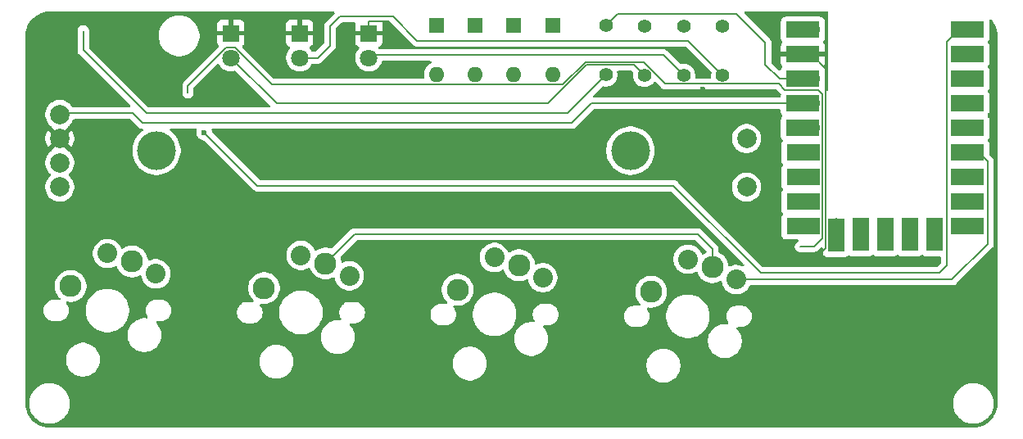
<source format=gtl>
%TF.GenerationSoftware,KiCad,Pcbnew,9.0.4-1.fc42app3*%
%TF.CreationDate,2025-10-31T17:54:04+01:00*%
%TF.ProjectId,ccc_macropad,6363635f-6d61-4637-926f-7061642e6b69,rev?*%
%TF.SameCoordinates,Original*%
%TF.FileFunction,Copper,L1,Top*%
%TF.FilePolarity,Positive*%
%FSLAX46Y46*%
G04 Gerber Fmt 4.6, Leading zero omitted, Abs format (unit mm)*
G04 Created by KiCad (PCBNEW 9.0.4-1.fc42app3) date 2025-10-31 17:54:04*
%MOMM*%
%LPD*%
G01*
G04 APERTURE LIST*
%TA.AperFunction,ComponentPad*%
%ADD10R,1.800000X1.800000*%
%TD*%
%TA.AperFunction,ComponentPad*%
%ADD11C,1.800000*%
%TD*%
%TA.AperFunction,ComponentPad*%
%ADD12C,2.286000*%
%TD*%
%TA.AperFunction,ComponentPad*%
%ADD13C,2.032000*%
%TD*%
%TA.AperFunction,ComponentPad*%
%ADD14C,1.400000*%
%TD*%
%TA.AperFunction,ComponentPad*%
%ADD15C,2.000000*%
%TD*%
%TA.AperFunction,ComponentPad*%
%ADD16C,4.000000*%
%TD*%
%TA.AperFunction,ComponentPad*%
%ADD17R,1.600000X1.600000*%
%TD*%
%TA.AperFunction,ComponentPad*%
%ADD18O,1.600000X1.600000*%
%TD*%
%TA.AperFunction,SMDPad,CuDef*%
%ADD19R,3.500000X1.700000*%
%TD*%
%TA.AperFunction,ComponentPad*%
%ADD20C,1.700000*%
%TD*%
%TA.AperFunction,SMDPad,CuDef*%
%ADD21R,1.700000X3.500000*%
%TD*%
%TA.AperFunction,ViaPad*%
%ADD22C,0.600000*%
%TD*%
%TA.AperFunction,Conductor*%
%ADD23C,0.127000*%
%TD*%
%TA.AperFunction,Conductor*%
%ADD24C,0.200000*%
%TD*%
G04 APERTURE END LIST*
D10*
%TO.P,D8,1,K*%
%TO.N,GND*%
X146500000Y-40730000D03*
D11*
%TO.P,D8,2,A*%
%TO.N,Net-(D8-A)*%
X146500000Y-43270000D03*
%TD*%
D12*
%TO.P,SW1,1,1*%
%TO.N,Net-(U1-GP6)*%
X122030000Y-64320000D03*
D13*
X124490000Y-65600000D03*
D12*
%TO.P,SW1,2,2*%
%TO.N,Net-(D7-A)*%
X115680000Y-66860000D03*
D13*
X119490000Y-63500000D03*
%TD*%
D12*
%TO.P,SW5,1,1*%
%TO.N,Net-(U1-GP5)*%
X182040000Y-64920000D03*
D13*
X184500000Y-66200000D03*
D12*
%TO.P,SW5,2,2*%
%TO.N,Net-(D2-A)*%
X175690000Y-67460000D03*
D13*
X179500000Y-64100000D03*
%TD*%
D14*
%TO.P,R2,1*%
%TO.N,Net-(D8-A)*%
X179050000Y-45080000D03*
%TO.P,R2,2*%
%TO.N,Net-(U1-GP27)*%
X179050000Y-40000000D03*
%TD*%
%TO.P,R3,1*%
%TO.N,Net-(D9-A)*%
X183100000Y-45080000D03*
%TO.P,R3,2*%
%TO.N,Net-(U1-GP28)*%
X183100000Y-40000000D03*
%TD*%
D12*
%TO.P,SW4,1,1*%
%TO.N,Net-(U1-GP6)*%
X162036667Y-64720000D03*
D13*
X164496667Y-66000000D03*
D12*
%TO.P,SW4,2,2*%
%TO.N,Net-(D1-A)*%
X155686667Y-67260000D03*
D13*
X159496667Y-63900000D03*
%TD*%
D15*
%TO.P,RV1,1,1*%
%TO.N,GND*%
X114560000Y-51625000D03*
%TO.P,RV1,1'*%
%TO.N,N/C*%
X114560000Y-56625000D03*
%TO.P,RV1,2,2*%
%TO.N,Net-(U1-GP29)*%
X114560000Y-49125000D03*
%TO.P,RV1,2'*%
%TO.N,N/C*%
X114560000Y-54125000D03*
%TO.P,RV1,3,3*%
%TO.N,Net-(U1-3V3)*%
X185560000Y-51625000D03*
%TO.P,RV1,3'*%
%TO.N,N/C*%
X185560000Y-56625000D03*
D16*
%TO.P,RV1,MP*%
X124560000Y-52875000D03*
X173560000Y-52875000D03*
%TD*%
D17*
%TO.P,D2,1,K*%
%TO.N,Net-(D1-K)*%
X165500000Y-39920000D03*
D18*
%TO.P,D2,2,A*%
%TO.N,Net-(D2-A)*%
X165500000Y-45000000D03*
%TD*%
D19*
%TO.P,U1,1,5V*%
%TO.N,unconnected-(U1-5V-Pad1)_1*%
X191360000Y-40380000D03*
D20*
X192260000Y-40380000D03*
D19*
%TO.P,U1,2,GND*%
%TO.N,GND*%
X191360000Y-42920000D03*
D20*
X192260000Y-42920000D03*
D19*
%TO.P,U1,3,3V3*%
%TO.N,Net-(U1-3V3)*%
X191360000Y-45460000D03*
D20*
X192260000Y-45460000D03*
D19*
%TO.P,U1,4,GP29*%
%TO.N,Net-(U1-GP29)*%
X191360000Y-48000000D03*
D20*
X192260000Y-48000000D03*
D19*
%TO.P,U1,5,GP28*%
%TO.N,Net-(U1-GP28)*%
X191360000Y-50540000D03*
D20*
X192260000Y-50540000D03*
D19*
%TO.P,U1,6,GP27*%
%TO.N,Net-(U1-GP27)*%
X191410000Y-53080000D03*
D20*
X192260000Y-53080000D03*
D19*
%TO.P,U1,7,GP26*%
%TO.N,Net-(U1-GP26)*%
X191410000Y-55620000D03*
D20*
X192260000Y-55620000D03*
D19*
%TO.P,U1,8,GP15*%
%TO.N,unconnected-(U1-GP15-Pad8)_1*%
X191410000Y-58160000D03*
D20*
X192260000Y-58160000D03*
D19*
%TO.P,U1,9,GP14*%
%TO.N,unconnected-(U1-GP14-Pad9)_1*%
X191410000Y-60700000D03*
D20*
X192260000Y-60700000D03*
%TO.P,U1,10,GP0*%
%TO.N,Net-(SW3-B)*%
X207500000Y-40380000D03*
D19*
X208400000Y-40380000D03*
D20*
%TO.P,U1,11,GP1*%
%TO.N,unconnected-(U1-GP1-Pad11)*%
X207500000Y-42920000D03*
D19*
X208400000Y-42920000D03*
D20*
%TO.P,U1,12,GP2*%
%TO.N,unconnected-(U1-GP2-Pad12)_1*%
X207500000Y-45460000D03*
D19*
X208400000Y-45460000D03*
D20*
%TO.P,U1,13,GP3*%
%TO.N,unconnected-(U1-GP3-Pad13)*%
X207500000Y-48000000D03*
D19*
X208400000Y-48000000D03*
D20*
%TO.P,U1,14,GP4*%
%TO.N,unconnected-(U1-GP4-Pad14)*%
X207500000Y-50540000D03*
D19*
X208400000Y-50540000D03*
D20*
%TO.P,U1,15,GP5*%
%TO.N,Net-(U1-GP5)*%
X207500000Y-53080000D03*
D19*
X208400000Y-53080000D03*
D20*
%TO.P,U1,16,GP6*%
%TO.N,Net-(U1-GP6)*%
X207500000Y-55620000D03*
D19*
X208400000Y-55620000D03*
D20*
%TO.P,U1,17,GP7*%
%TO.N,Net-(D1-K)*%
X207500000Y-58160000D03*
D19*
X208400000Y-58160000D03*
D20*
%TO.P,U1,18,GP8*%
%TO.N,Net-(D3-K)*%
X207500000Y-60700000D03*
D19*
X208400000Y-60700000D03*
D20*
%TO.P,U1,19,GP13*%
%TO.N,unconnected-(U1-GP13-Pad19)_1*%
X194800000Y-60700000D03*
D21*
X194800000Y-61600000D03*
D20*
%TO.P,U1,20,GP12*%
%TO.N,unconnected-(U1-GP12-Pad20)*%
X197340000Y-60700000D03*
D21*
X197340000Y-61550000D03*
D20*
%TO.P,U1,21,GP11*%
%TO.N,unconnected-(U1-GP11-Pad21)*%
X199880000Y-60700000D03*
D21*
X199880000Y-61550000D03*
D20*
%TO.P,U1,22,GP10*%
%TO.N,unconnected-(U1-GP10-Pad22)*%
X202420000Y-60700000D03*
D21*
X202420000Y-61550000D03*
D20*
%TO.P,U1,23,GP9*%
%TO.N,unconnected-(U1-GP9-Pad23)_1*%
X204960000Y-60700000D03*
D21*
X204960000Y-61550000D03*
%TD*%
D10*
%TO.P,D9,1,K*%
%TO.N,GND*%
X139365000Y-40730000D03*
D11*
%TO.P,D9,2,A*%
%TO.N,Net-(D9-A)*%
X139365000Y-43270000D03*
%TD*%
D14*
%TO.P,R1,1*%
%TO.N,Net-(D6-A)*%
X175000000Y-45080000D03*
%TO.P,R1,2*%
%TO.N,Net-(U1-GP26)*%
X175000000Y-40000000D03*
%TD*%
%TO.P,R4,1*%
%TO.N,Net-(SW3-C)*%
X171000000Y-45040000D03*
%TO.P,R4,2*%
%TO.N,Net-(U1-3V3)*%
X171000000Y-39960000D03*
%TD*%
D10*
%TO.P,D6,1,K*%
%TO.N,GND*%
X132230000Y-40730000D03*
D11*
%TO.P,D6,2,A*%
%TO.N,Net-(D6-A)*%
X132230000Y-43270000D03*
%TD*%
D17*
%TO.P,D1,1,K*%
%TO.N,Net-(D1-K)*%
X161500000Y-39920000D03*
D18*
%TO.P,D1,2,A*%
%TO.N,Net-(D1-A)*%
X161500000Y-45000000D03*
%TD*%
D12*
%TO.P,SW2,1,1*%
%TO.N,Net-(U1-GP5)*%
X142033333Y-64520000D03*
D13*
X144493333Y-65800000D03*
D12*
%TO.P,SW2,2,2*%
%TO.N,Net-(D3-A)*%
X135683333Y-67060000D03*
D13*
X139493333Y-63700000D03*
%TD*%
D17*
%TO.P,D3,1,K*%
%TO.N,Net-(D3-K)*%
X157500000Y-39920000D03*
D18*
%TO.P,D3,2,A*%
%TO.N,Net-(D3-A)*%
X157500000Y-45000000D03*
%TD*%
D17*
%TO.P,D7,1,K*%
%TO.N,Net-(D3-K)*%
X153500000Y-39920000D03*
D18*
%TO.P,D7,2,A*%
%TO.N,Net-(D7-A)*%
X153500000Y-45000000D03*
%TD*%
D22*
%TO.N,GND*%
X210750000Y-49250000D03*
X193000000Y-63750000D03*
X188000000Y-39500000D03*
X201400000Y-72000000D03*
X154900000Y-52400000D03*
X181000000Y-46500000D03*
%TO.N,Net-(SW3-B)*%
X129500000Y-51000000D03*
%TD*%
D23*
%TO.N,*%
X193351500Y-61948500D02*
X192500000Y-62800000D01*
X131777885Y-42178500D02*
X132682115Y-42178500D01*
X136503615Y-46000000D02*
X166587756Y-46000000D01*
X192943000Y-46600000D02*
X193351500Y-47008500D01*
X132682115Y-42178500D02*
X136503615Y-46000000D01*
X127800000Y-46156385D02*
X131777885Y-42178500D01*
X174889272Y-43708500D02*
X177152272Y-45971500D01*
X193351500Y-47008500D02*
X193351500Y-61948500D01*
X192500000Y-62800000D02*
X191100000Y-62800000D01*
X166587756Y-46000000D02*
X168879257Y-43708500D01*
X127800000Y-46900000D02*
X127800000Y-46156385D01*
X191100000Y-46600000D02*
X192943000Y-46600000D01*
X168879257Y-43708500D02*
X174889272Y-43708500D01*
X189517000Y-46600000D02*
X191100000Y-46600000D01*
X188888500Y-45971500D02*
X189517000Y-46600000D01*
X177152272Y-45971500D02*
X188888500Y-45971500D01*
D24*
%TO.N,Net-(D6-A)*%
X169000000Y-44000000D02*
X165000000Y-48000000D01*
X165000000Y-48000000D02*
X136960000Y-48000000D01*
X173920000Y-44000000D02*
X169000000Y-44000000D01*
X136960000Y-48000000D02*
X132230000Y-43270000D01*
X175000000Y-45080000D02*
X173920000Y-44000000D01*
D23*
%TO.N,GND*%
X148500000Y-39500000D02*
X149000000Y-40000000D01*
X193758500Y-62991500D02*
X193000000Y-63750000D01*
X193758500Y-44418500D02*
X193758500Y-62991500D01*
X201300000Y-71900000D02*
X201400000Y-72000000D01*
X146500000Y-40730000D02*
X146500000Y-39500000D01*
X146500000Y-39500000D02*
X148500000Y-39500000D01*
X210750000Y-49250000D02*
X210577002Y-49077002D01*
X211250000Y-49750000D02*
X210750000Y-49250000D01*
X211250000Y-64750000D02*
X211250000Y-49750000D01*
X192260000Y-42920000D02*
X193758500Y-44418500D01*
X154800000Y-52300000D02*
X154900000Y-52400000D01*
D24*
%TO.N,Net-(D8-A)*%
X146500000Y-43270000D02*
X146770000Y-43000000D01*
X176970000Y-43000000D02*
X179050000Y-45080000D01*
X146770000Y-43000000D02*
X176970000Y-43000000D01*
%TO.N,Net-(D9-A)*%
X143500000Y-39000000D02*
X142500000Y-40000000D01*
X179520000Y-41500000D02*
X183100000Y-45080000D01*
X151500000Y-41500000D02*
X149000000Y-39000000D01*
X149000000Y-39000000D02*
X143500000Y-39000000D01*
X142500000Y-42000000D02*
X141230000Y-43270000D01*
X142500000Y-40000000D02*
X142500000Y-42000000D01*
X141230000Y-43270000D02*
X139365000Y-43270000D01*
X151500000Y-41500000D02*
X179520000Y-41500000D01*
%TO.N,Net-(SW3-C)*%
X167040000Y-49000000D02*
X171000000Y-45040000D01*
X123500000Y-49000000D02*
X167040000Y-49000000D01*
X117000000Y-42500000D02*
X123500000Y-49000000D01*
X117000000Y-40500000D02*
X117000000Y-42500000D01*
%TO.N,Net-(SW3-B)*%
X187000000Y-65500000D02*
X205500000Y-65500000D01*
X206250000Y-64750000D02*
X206250000Y-41630000D01*
X135000000Y-56500000D02*
X178000000Y-56500000D01*
X129500000Y-51000000D02*
X135000000Y-56500000D01*
X206250000Y-41630000D02*
X207500000Y-40380000D01*
X178000000Y-56500000D02*
X187000000Y-65500000D01*
X205500000Y-65500000D02*
X206250000Y-64750000D01*
%TO.N,Net-(U1-3V3)*%
X187500000Y-44000000D02*
X188960000Y-45460000D01*
X171000000Y-39960000D02*
X172259000Y-38701000D01*
X188960000Y-45460000D02*
X191360000Y-45460000D01*
X184500000Y-38701000D02*
X187500000Y-41701000D01*
X192260000Y-45460000D02*
X189460000Y-45460000D01*
X172259000Y-38701000D02*
X184500000Y-38701000D01*
X187500000Y-41701000D02*
X187500000Y-44000000D01*
%TO.N,Net-(U1-GP29)*%
X114685000Y-49000000D02*
X122126648Y-49000000D01*
X114560000Y-49125000D02*
X114685000Y-49000000D01*
X123126648Y-50000000D02*
X167500000Y-50000000D01*
X167500000Y-50000000D02*
X169500000Y-48000000D01*
X122126648Y-49000000D02*
X123126648Y-50000000D01*
X169500000Y-48000000D02*
X191360000Y-48000000D01*
%TO.N,Net-(U1-GP5)*%
X184500000Y-66200000D02*
X206800000Y-66200000D01*
X145053333Y-61500000D02*
X180500000Y-61500000D01*
X180500000Y-61500000D02*
X182040000Y-63040000D01*
X209580000Y-53080000D02*
X208400000Y-53080000D01*
X142033333Y-64520000D02*
X145053333Y-61500000D01*
X210500000Y-62500000D02*
X210500000Y-54000000D01*
X206800000Y-66200000D02*
X210500000Y-62500000D01*
X182040000Y-63040000D02*
X182040000Y-64920000D01*
X210500000Y-54000000D02*
X209580000Y-53080000D01*
%TD*%
%TA.AperFunction,Conductor*%
%TO.N,GND*%
G36*
X142917941Y-38520185D02*
G01*
X142963696Y-38572989D01*
X142973640Y-38642147D01*
X142944615Y-38705703D01*
X142938583Y-38712181D01*
X142019481Y-39631282D01*
X142019477Y-39631287D01*
X141997707Y-39668997D01*
X141995867Y-39672184D01*
X141940423Y-39768215D01*
X141899499Y-39920943D01*
X141899499Y-39920945D01*
X141899499Y-40089046D01*
X141899500Y-40089059D01*
X141899500Y-41699903D01*
X141879815Y-41766942D01*
X141863181Y-41787584D01*
X141017584Y-42633181D01*
X140990656Y-42647884D01*
X140964838Y-42664477D01*
X140958637Y-42665368D01*
X140956261Y-42666666D01*
X140929903Y-42669500D01*
X140706836Y-42669500D01*
X140639797Y-42649815D01*
X140596352Y-42601796D01*
X140562814Y-42535976D01*
X140433247Y-42357641D01*
X140433243Y-42357636D01*
X140382683Y-42307076D01*
X140349198Y-42245753D01*
X140354182Y-42176061D01*
X140396054Y-42120128D01*
X140427031Y-42103213D01*
X140507086Y-42073354D01*
X140507093Y-42073350D01*
X140622187Y-41987190D01*
X140622190Y-41987187D01*
X140708350Y-41872093D01*
X140708354Y-41872086D01*
X140758596Y-41737379D01*
X140758598Y-41737372D01*
X140764999Y-41677844D01*
X140765000Y-41677827D01*
X140765000Y-40980000D01*
X139740278Y-40980000D01*
X139784333Y-40903694D01*
X139815000Y-40789244D01*
X139815000Y-40670756D01*
X139784333Y-40556306D01*
X139740278Y-40480000D01*
X140765000Y-40480000D01*
X140765000Y-39782172D01*
X140764999Y-39782155D01*
X140758598Y-39722627D01*
X140758596Y-39722620D01*
X140708354Y-39587913D01*
X140708350Y-39587906D01*
X140622190Y-39472812D01*
X140622187Y-39472809D01*
X140507093Y-39386649D01*
X140507086Y-39386645D01*
X140372379Y-39336403D01*
X140372372Y-39336401D01*
X140312844Y-39330000D01*
X139615000Y-39330000D01*
X139615000Y-40354722D01*
X139538694Y-40310667D01*
X139424244Y-40280000D01*
X139305756Y-40280000D01*
X139191306Y-40310667D01*
X139115000Y-40354722D01*
X139115000Y-39330000D01*
X138417155Y-39330000D01*
X138357627Y-39336401D01*
X138357620Y-39336403D01*
X138222913Y-39386645D01*
X138222906Y-39386649D01*
X138107812Y-39472809D01*
X138107809Y-39472812D01*
X138021649Y-39587906D01*
X138021645Y-39587913D01*
X137971403Y-39722620D01*
X137971401Y-39722627D01*
X137965000Y-39782155D01*
X137965000Y-40480000D01*
X138989722Y-40480000D01*
X138945667Y-40556306D01*
X138915000Y-40670756D01*
X138915000Y-40789244D01*
X138945667Y-40903694D01*
X138989722Y-40980000D01*
X137965000Y-40980000D01*
X137965000Y-41677844D01*
X137971401Y-41737372D01*
X137971403Y-41737379D01*
X138021645Y-41872086D01*
X138021649Y-41872093D01*
X138107809Y-41987187D01*
X138107812Y-41987190D01*
X138222906Y-42073350D01*
X138222913Y-42073354D01*
X138302968Y-42103213D01*
X138358902Y-42145084D01*
X138383319Y-42210549D01*
X138368467Y-42278822D01*
X138347317Y-42307075D01*
X138296756Y-42357636D01*
X138296752Y-42357641D01*
X138167187Y-42535974D01*
X138067104Y-42732393D01*
X138067103Y-42732396D01*
X137998985Y-42942047D01*
X137964500Y-43159778D01*
X137964500Y-43380221D01*
X137998985Y-43597952D01*
X138067103Y-43807603D01*
X138067104Y-43807606D01*
X138120984Y-43913348D01*
X138148552Y-43967454D01*
X138167187Y-44004025D01*
X138296752Y-44182358D01*
X138296756Y-44182363D01*
X138452636Y-44338243D01*
X138452641Y-44338247D01*
X138494580Y-44368717D01*
X138630978Y-44467815D01*
X138759375Y-44533237D01*
X138827393Y-44567895D01*
X138827396Y-44567896D01*
X138894525Y-44589707D01*
X139037049Y-44636015D01*
X139254778Y-44670500D01*
X139254779Y-44670500D01*
X139475221Y-44670500D01*
X139475222Y-44670500D01*
X139692951Y-44636015D01*
X139902606Y-44567895D01*
X140099022Y-44467815D01*
X140277365Y-44338242D01*
X140433242Y-44182365D01*
X140562815Y-44004022D01*
X140596352Y-43938204D01*
X140644326Y-43887409D01*
X140706836Y-43870500D01*
X141143331Y-43870500D01*
X141143347Y-43870501D01*
X141150943Y-43870501D01*
X141309054Y-43870501D01*
X141309057Y-43870501D01*
X141461785Y-43829577D01*
X141522055Y-43794780D01*
X141598716Y-43750520D01*
X141710520Y-43638716D01*
X141710520Y-43638714D01*
X141720724Y-43628511D01*
X141720728Y-43628506D01*
X142858506Y-42490728D01*
X142858511Y-42490724D01*
X142868714Y-42480520D01*
X142868716Y-42480520D01*
X142980520Y-42368716D01*
X143047471Y-42252753D01*
X143059577Y-42231785D01*
X143100500Y-42079058D01*
X143100500Y-41920943D01*
X143100500Y-40300097D01*
X143120185Y-40233058D01*
X143136819Y-40212416D01*
X143712417Y-39636819D01*
X143773740Y-39603334D01*
X143800098Y-39600500D01*
X144981486Y-39600500D01*
X145048525Y-39620185D01*
X145094280Y-39672989D01*
X145104775Y-39737757D01*
X145100000Y-39782158D01*
X145100000Y-40480000D01*
X146124722Y-40480000D01*
X146080667Y-40556306D01*
X146050000Y-40670756D01*
X146050000Y-40789244D01*
X146080667Y-40903694D01*
X146124722Y-40980000D01*
X145100000Y-40980000D01*
X145100000Y-41677844D01*
X145106401Y-41737372D01*
X145106403Y-41737379D01*
X145156645Y-41872086D01*
X145156649Y-41872093D01*
X145242809Y-41987187D01*
X145242812Y-41987190D01*
X145357906Y-42073350D01*
X145357913Y-42073354D01*
X145437968Y-42103213D01*
X145493902Y-42145084D01*
X145518319Y-42210549D01*
X145503467Y-42278822D01*
X145482317Y-42307075D01*
X145431756Y-42357636D01*
X145431752Y-42357641D01*
X145302187Y-42535974D01*
X145202104Y-42732393D01*
X145202103Y-42732396D01*
X145133985Y-42942047D01*
X145099500Y-43159778D01*
X145099500Y-43380221D01*
X145133985Y-43597952D01*
X145202103Y-43807603D01*
X145202104Y-43807606D01*
X145255984Y-43913348D01*
X145283552Y-43967454D01*
X145302187Y-44004025D01*
X145431752Y-44182358D01*
X145431756Y-44182363D01*
X145587636Y-44338243D01*
X145587641Y-44338247D01*
X145629580Y-44368717D01*
X145765978Y-44467815D01*
X145894375Y-44533237D01*
X145962393Y-44567895D01*
X145962396Y-44567896D01*
X146029525Y-44589707D01*
X146172049Y-44636015D01*
X146389778Y-44670500D01*
X146389779Y-44670500D01*
X146610221Y-44670500D01*
X146610222Y-44670500D01*
X146827951Y-44636015D01*
X147037606Y-44567895D01*
X147234022Y-44467815D01*
X147412365Y-44338242D01*
X147568242Y-44182365D01*
X147697815Y-44004022D01*
X147797895Y-43807606D01*
X147815213Y-43754307D01*
X147837348Y-43686182D01*
X147876785Y-43628507D01*
X147941144Y-43601308D01*
X147955279Y-43600500D01*
X152865579Y-43600500D01*
X152932618Y-43620185D01*
X152978373Y-43672989D01*
X152988317Y-43742147D01*
X152959292Y-43805703D01*
X152921874Y-43834985D01*
X152818386Y-43887715D01*
X152652786Y-44008028D01*
X152508028Y-44152786D01*
X152387715Y-44318386D01*
X152294781Y-44500776D01*
X152231522Y-44695465D01*
X152199500Y-44897648D01*
X152199500Y-45102351D01*
X152229633Y-45292602D01*
X152220678Y-45361895D01*
X152175682Y-45415347D01*
X152108931Y-45435987D01*
X152107160Y-45436000D01*
X136788593Y-45436000D01*
X136721554Y-45416315D01*
X136700912Y-45399681D01*
X133474704Y-42173473D01*
X133441219Y-42112150D01*
X133446203Y-42042458D01*
X133482041Y-41994584D01*
X133480918Y-41993461D01*
X133487186Y-41987192D01*
X133573352Y-41872088D01*
X133573354Y-41872086D01*
X133623596Y-41737379D01*
X133623598Y-41737372D01*
X133629999Y-41677844D01*
X133630000Y-41677827D01*
X133630000Y-40980000D01*
X132605278Y-40980000D01*
X132649333Y-40903694D01*
X132680000Y-40789244D01*
X132680000Y-40670756D01*
X132649333Y-40556306D01*
X132605278Y-40480000D01*
X133630000Y-40480000D01*
X133630000Y-39782172D01*
X133629999Y-39782155D01*
X133623598Y-39722627D01*
X133623596Y-39722620D01*
X133573354Y-39587913D01*
X133573350Y-39587906D01*
X133487190Y-39472812D01*
X133487187Y-39472809D01*
X133372093Y-39386649D01*
X133372086Y-39386645D01*
X133237379Y-39336403D01*
X133237372Y-39336401D01*
X133177844Y-39330000D01*
X132480000Y-39330000D01*
X132480000Y-40354722D01*
X132403694Y-40310667D01*
X132289244Y-40280000D01*
X132170756Y-40280000D01*
X132056306Y-40310667D01*
X131980000Y-40354722D01*
X131980000Y-39330000D01*
X131282155Y-39330000D01*
X131222627Y-39336401D01*
X131222620Y-39336403D01*
X131087913Y-39386645D01*
X131087906Y-39386649D01*
X130972812Y-39472809D01*
X130972809Y-39472812D01*
X130886649Y-39587906D01*
X130886645Y-39587913D01*
X130836403Y-39722620D01*
X130836401Y-39722627D01*
X130830000Y-39782155D01*
X130830000Y-40480000D01*
X131854722Y-40480000D01*
X131810667Y-40556306D01*
X131780000Y-40670756D01*
X131780000Y-40789244D01*
X131810667Y-40903694D01*
X131854722Y-40980000D01*
X130830000Y-40980000D01*
X130830000Y-41677844D01*
X130836401Y-41737372D01*
X130836403Y-41737379D01*
X130886645Y-41872086D01*
X130886649Y-41872093D01*
X130972809Y-41987187D01*
X130979082Y-41993460D01*
X130977957Y-41994584D01*
X131013794Y-42042455D01*
X131018780Y-42112146D01*
X130985296Y-42173470D01*
X130985294Y-42173472D01*
X127453698Y-45705070D01*
X127348689Y-45810078D01*
X127348685Y-45810084D01*
X127281907Y-45925747D01*
X127274434Y-45938689D01*
X127240119Y-46066760D01*
X127238063Y-46074435D01*
X127236000Y-46082133D01*
X127236000Y-46974252D01*
X127274435Y-47117696D01*
X127348687Y-47246304D01*
X127453696Y-47351313D01*
X127582304Y-47425565D01*
X127725748Y-47464000D01*
X127725750Y-47464000D01*
X127874250Y-47464000D01*
X127874252Y-47464000D01*
X128017696Y-47425565D01*
X128146304Y-47351313D01*
X128251313Y-47246304D01*
X128325565Y-47117696D01*
X128364000Y-46974252D01*
X128364000Y-46441362D01*
X128383685Y-46374323D01*
X128400314Y-46353686D01*
X130816247Y-43937752D01*
X130877568Y-43904269D01*
X130947260Y-43909253D01*
X131003193Y-43951125D01*
X131014410Y-43969138D01*
X131032186Y-44004025D01*
X131161752Y-44182358D01*
X131161756Y-44182363D01*
X131317636Y-44338243D01*
X131317641Y-44338247D01*
X131359580Y-44368717D01*
X131495978Y-44467815D01*
X131624375Y-44533237D01*
X131692393Y-44567895D01*
X131692396Y-44567896D01*
X131759525Y-44589707D01*
X131902049Y-44636015D01*
X132119778Y-44670500D01*
X132119779Y-44670500D01*
X132340221Y-44670500D01*
X132340222Y-44670500D01*
X132557951Y-44636015D01*
X132628205Y-44613187D01*
X132698044Y-44611192D01*
X132754203Y-44643438D01*
X136298584Y-48187819D01*
X136332069Y-48249142D01*
X136327085Y-48318834D01*
X136285213Y-48374767D01*
X136219749Y-48399184D01*
X136210903Y-48399500D01*
X123800097Y-48399500D01*
X123733058Y-48379815D01*
X123712416Y-48363181D01*
X117636819Y-42287584D01*
X117603334Y-42226261D01*
X117600500Y-42199903D01*
X117600500Y-40862332D01*
X124799500Y-40862332D01*
X124799500Y-41137667D01*
X124799501Y-41137684D01*
X124835438Y-41410655D01*
X124835439Y-41410660D01*
X124835440Y-41410666D01*
X124851962Y-41472328D01*
X124906704Y-41676630D01*
X125012075Y-41931017D01*
X125012080Y-41931028D01*
X125076415Y-42042458D01*
X125149751Y-42169479D01*
X125149753Y-42169482D01*
X125149754Y-42169483D01*
X125317370Y-42387926D01*
X125317376Y-42387933D01*
X125512066Y-42582623D01*
X125512073Y-42582629D01*
X125577954Y-42633181D01*
X125730521Y-42750249D01*
X125883778Y-42838732D01*
X125968971Y-42887919D01*
X125968976Y-42887921D01*
X125968979Y-42887923D01*
X126223368Y-42993295D01*
X126489334Y-43064560D01*
X126762326Y-43100500D01*
X126762333Y-43100500D01*
X127037667Y-43100500D01*
X127037674Y-43100500D01*
X127310666Y-43064560D01*
X127576632Y-42993295D01*
X127831021Y-42887923D01*
X128069479Y-42750249D01*
X128287928Y-42582628D01*
X128482628Y-42387928D01*
X128650249Y-42169479D01*
X128787923Y-41931021D01*
X128893295Y-41676632D01*
X128964560Y-41410666D01*
X129000500Y-41137674D01*
X129000500Y-40862326D01*
X128964560Y-40589334D01*
X128893295Y-40323368D01*
X128787923Y-40068979D01*
X128650249Y-39830521D01*
X128650244Y-39830514D01*
X128650242Y-39830511D01*
X128482629Y-39612073D01*
X128482623Y-39612066D01*
X128287933Y-39417376D01*
X128287926Y-39417370D01*
X128069483Y-39249754D01*
X128069482Y-39249753D01*
X128069479Y-39249751D01*
X127974407Y-39194861D01*
X127831028Y-39112080D01*
X127831017Y-39112075D01*
X127576630Y-39006704D01*
X127443649Y-38971072D01*
X127310666Y-38935440D01*
X127310660Y-38935439D01*
X127310655Y-38935438D01*
X127037684Y-38899501D01*
X127037679Y-38899500D01*
X127037674Y-38899500D01*
X126762326Y-38899500D01*
X126762320Y-38899500D01*
X126762315Y-38899501D01*
X126489344Y-38935438D01*
X126489337Y-38935439D01*
X126489334Y-38935440D01*
X126475783Y-38939071D01*
X126223369Y-39006704D01*
X125968982Y-39112075D01*
X125968971Y-39112080D01*
X125730516Y-39249754D01*
X125512073Y-39417370D01*
X125512066Y-39417376D01*
X125317376Y-39612066D01*
X125317370Y-39612073D01*
X125149754Y-39830516D01*
X125012080Y-40068971D01*
X125012075Y-40068982D01*
X124906704Y-40323369D01*
X124835441Y-40589331D01*
X124835438Y-40589344D01*
X124799501Y-40862315D01*
X124799500Y-40862332D01*
X117600500Y-40862332D01*
X117600500Y-40420945D01*
X117600500Y-40420943D01*
X117559577Y-40268216D01*
X117527361Y-40212416D01*
X117480524Y-40131290D01*
X117480518Y-40131282D01*
X117368717Y-40019481D01*
X117368709Y-40019475D01*
X117231790Y-39940426D01*
X117231786Y-39940424D01*
X117231784Y-39940423D01*
X117079057Y-39899500D01*
X116920943Y-39899500D01*
X116768216Y-39940423D01*
X116768209Y-39940426D01*
X116631290Y-40019475D01*
X116631282Y-40019481D01*
X116519481Y-40131282D01*
X116519475Y-40131290D01*
X116440426Y-40268209D01*
X116440423Y-40268216D01*
X116399500Y-40420943D01*
X116399500Y-42413330D01*
X116399499Y-42413348D01*
X116399499Y-42579054D01*
X116399498Y-42579054D01*
X116440424Y-42731789D01*
X116440425Y-42731790D01*
X116461455Y-42768214D01*
X116461456Y-42768216D01*
X116519475Y-42868709D01*
X116519481Y-42868717D01*
X116638349Y-42987585D01*
X116638355Y-42987590D01*
X121838584Y-48187819D01*
X121872069Y-48249142D01*
X121867085Y-48318834D01*
X121825213Y-48374767D01*
X121759749Y-48399184D01*
X121750903Y-48399500D01*
X115950126Y-48399500D01*
X115883087Y-48379815D01*
X115846420Y-48342353D01*
X115846207Y-48342509D01*
X115845153Y-48341058D01*
X115844395Y-48340284D01*
X115843342Y-48338566D01*
X115829006Y-48318834D01*
X115704517Y-48147490D01*
X115537510Y-47980483D01*
X115346433Y-47841657D01*
X115135996Y-47734433D01*
X114911368Y-47661446D01*
X114678097Y-47624500D01*
X114678092Y-47624500D01*
X114441908Y-47624500D01*
X114441903Y-47624500D01*
X114208631Y-47661446D01*
X113984003Y-47734433D01*
X113773566Y-47841657D01*
X113664550Y-47920862D01*
X113582490Y-47980483D01*
X113582488Y-47980485D01*
X113582487Y-47980485D01*
X113415485Y-48147487D01*
X113415485Y-48147488D01*
X113415483Y-48147490D01*
X113386182Y-48187819D01*
X113276657Y-48338566D01*
X113169433Y-48549003D01*
X113096446Y-48773631D01*
X113059500Y-49006902D01*
X113059500Y-49243097D01*
X113096446Y-49476368D01*
X113169433Y-49700996D01*
X113276657Y-49911433D01*
X113415483Y-50102510D01*
X113582490Y-50269517D01*
X113638739Y-50310384D01*
X113681403Y-50365713D01*
X113686095Y-50397542D01*
X114348941Y-51060387D01*
X114328409Y-51065889D01*
X114191592Y-51144881D01*
X114079881Y-51256592D01*
X114000889Y-51393409D01*
X113995387Y-51413941D01*
X113337340Y-50755894D01*
X113277084Y-50838830D01*
X113169897Y-51049197D01*
X113096934Y-51273752D01*
X113060000Y-51506947D01*
X113060000Y-51743052D01*
X113096934Y-51976247D01*
X113169897Y-52200802D01*
X113277087Y-52411174D01*
X113337338Y-52494104D01*
X113337340Y-52494105D01*
X113995387Y-51836058D01*
X114000889Y-51856591D01*
X114079881Y-51993408D01*
X114191592Y-52105119D01*
X114328409Y-52184111D01*
X114348940Y-52189612D01*
X113684280Y-52854271D01*
X113675105Y-52897947D01*
X113638739Y-52939615D01*
X113582490Y-52980482D01*
X113415485Y-53147487D01*
X113415485Y-53147488D01*
X113415483Y-53147490D01*
X113355862Y-53229550D01*
X113276657Y-53338566D01*
X113169433Y-53549003D01*
X113096446Y-53773631D01*
X113059500Y-54006902D01*
X113059500Y-54243097D01*
X113096446Y-54476368D01*
X113169433Y-54700996D01*
X113276657Y-54911433D01*
X113415483Y-55102510D01*
X113415485Y-55102512D01*
X113582490Y-55269517D01*
X113589603Y-55274685D01*
X113632266Y-55330017D01*
X113638242Y-55399630D01*
X113605634Y-55461424D01*
X113589603Y-55475315D01*
X113582490Y-55480482D01*
X113415485Y-55647487D01*
X113415485Y-55647488D01*
X113415483Y-55647490D01*
X113355862Y-55729550D01*
X113276657Y-55838566D01*
X113169433Y-56049003D01*
X113096446Y-56273631D01*
X113059500Y-56506902D01*
X113059500Y-56743097D01*
X113096446Y-56976368D01*
X113169433Y-57200996D01*
X113276657Y-57411433D01*
X113415483Y-57602510D01*
X113582490Y-57769517D01*
X113773567Y-57908343D01*
X113872991Y-57959002D01*
X113984003Y-58015566D01*
X113984005Y-58015566D01*
X113984008Y-58015568D01*
X114104412Y-58054689D01*
X114208631Y-58088553D01*
X114441903Y-58125500D01*
X114441908Y-58125500D01*
X114678097Y-58125500D01*
X114911368Y-58088553D01*
X115135992Y-58015568D01*
X115346433Y-57908343D01*
X115537510Y-57769517D01*
X115704517Y-57602510D01*
X115843343Y-57411433D01*
X115950568Y-57200992D01*
X116023553Y-56976368D01*
X116027820Y-56949426D01*
X116060500Y-56743097D01*
X116060500Y-56506902D01*
X116023553Y-56273631D01*
X115950566Y-56049003D01*
X115843342Y-55838566D01*
X115704517Y-55647490D01*
X115537510Y-55480483D01*
X115530401Y-55475318D01*
X115487735Y-55419988D01*
X115481756Y-55350375D01*
X115514362Y-55288580D01*
X115530401Y-55274682D01*
X115530500Y-55274609D01*
X115537510Y-55269517D01*
X115704517Y-55102510D01*
X115843343Y-54911433D01*
X115950568Y-54700992D01*
X116023553Y-54476368D01*
X116033676Y-54412454D01*
X116060500Y-54243097D01*
X116060500Y-54006902D01*
X116023553Y-53773631D01*
X115977301Y-53631284D01*
X115950568Y-53549008D01*
X115950566Y-53549005D01*
X115950566Y-53549003D01*
X115843342Y-53338566D01*
X115842628Y-53337583D01*
X115704517Y-53147490D01*
X115537510Y-52980483D01*
X115481259Y-52939614D01*
X115438595Y-52884284D01*
X115433902Y-52852455D01*
X114771058Y-52189612D01*
X114791591Y-52184111D01*
X114928408Y-52105119D01*
X115040119Y-51993408D01*
X115119111Y-51856591D01*
X115124612Y-51836059D01*
X115782658Y-52494105D01*
X115782658Y-52494104D01*
X115842914Y-52411169D01*
X115842918Y-52411163D01*
X115950102Y-52200802D01*
X116023065Y-51976247D01*
X116060000Y-51743052D01*
X116060000Y-51506947D01*
X116023065Y-51273752D01*
X115950102Y-51049197D01*
X115842914Y-50838828D01*
X115782658Y-50755894D01*
X115782658Y-50755893D01*
X115124612Y-51413940D01*
X115119111Y-51393409D01*
X115040119Y-51256592D01*
X114928408Y-51144881D01*
X114791591Y-51065889D01*
X114771059Y-51060387D01*
X115435716Y-50395729D01*
X115444891Y-50352054D01*
X115481257Y-50310386D01*
X115537510Y-50269517D01*
X115704517Y-50102510D01*
X115843343Y-49911433D01*
X115950568Y-49700992D01*
X115955381Y-49686177D01*
X115994819Y-49628505D01*
X116059178Y-49601308D01*
X116073311Y-49600500D01*
X121826551Y-49600500D01*
X121893590Y-49620185D01*
X121914231Y-49636818D01*
X122757932Y-50480520D01*
X122757934Y-50480521D01*
X122757938Y-50480524D01*
X122894857Y-50559573D01*
X122894864Y-50559577D01*
X123047591Y-50600501D01*
X123047593Y-50600501D01*
X123049526Y-50600501D01*
X123051098Y-50600962D01*
X123055650Y-50601562D01*
X123055556Y-50602271D01*
X123116565Y-50620186D01*
X123162320Y-50672990D01*
X123172264Y-50742148D01*
X123143239Y-50805704D01*
X123115496Y-50829496D01*
X123110754Y-50832475D01*
X122891175Y-51007583D01*
X122692583Y-51206175D01*
X122517476Y-51425753D01*
X122368053Y-51663557D01*
X122246200Y-51916588D01*
X122153443Y-52181670D01*
X122153439Y-52181682D01*
X122090945Y-52455487D01*
X122090942Y-52455505D01*
X122059500Y-52734568D01*
X122059500Y-53015431D01*
X122090942Y-53294494D01*
X122090945Y-53294512D01*
X122153439Y-53568317D01*
X122153443Y-53568329D01*
X122246200Y-53833411D01*
X122368053Y-54086442D01*
X122368055Y-54086445D01*
X122517477Y-54324248D01*
X122587819Y-54412454D01*
X122679701Y-54527671D01*
X122692584Y-54543825D01*
X122891175Y-54742416D01*
X123110752Y-54917523D01*
X123348555Y-55066945D01*
X123601592Y-55188801D01*
X123732001Y-55234433D01*
X123866670Y-55281556D01*
X123866682Y-55281560D01*
X124140491Y-55344055D01*
X124140497Y-55344055D01*
X124140505Y-55344057D01*
X124326547Y-55365018D01*
X124419569Y-55375499D01*
X124419572Y-55375500D01*
X124419575Y-55375500D01*
X124700428Y-55375500D01*
X124700429Y-55375499D01*
X124843055Y-55359429D01*
X124979494Y-55344057D01*
X124979499Y-55344056D01*
X124979509Y-55344055D01*
X125253318Y-55281560D01*
X125518408Y-55188801D01*
X125771445Y-55066945D01*
X126009248Y-54917523D01*
X126228825Y-54742416D01*
X126427416Y-54543825D01*
X126602523Y-54324248D01*
X126751945Y-54086445D01*
X126873801Y-53833408D01*
X126966560Y-53568318D01*
X127029055Y-53294509D01*
X127060500Y-53015425D01*
X127060500Y-52734575D01*
X127029055Y-52455491D01*
X126966560Y-52181682D01*
X126873801Y-51916592D01*
X126751945Y-51663555D01*
X126602523Y-51425752D01*
X126427416Y-51206175D01*
X126228825Y-51007584D01*
X126126164Y-50925714D01*
X126009247Y-50832476D01*
X126004499Y-50829493D01*
X125958209Y-50777158D01*
X125947562Y-50708104D01*
X125975938Y-50644256D01*
X126034328Y-50605885D01*
X126070473Y-50600500D01*
X128613445Y-50600500D01*
X128680484Y-50620185D01*
X128726239Y-50672989D01*
X128736183Y-50742147D01*
X128731159Y-50760411D01*
X128732031Y-50760676D01*
X128730261Y-50766510D01*
X128699500Y-50921153D01*
X128699500Y-51078846D01*
X128730261Y-51233489D01*
X128730264Y-51233501D01*
X128790602Y-51379172D01*
X128790609Y-51379185D01*
X128878210Y-51510288D01*
X128878213Y-51510292D01*
X128989707Y-51621786D01*
X128989711Y-51621789D01*
X129120814Y-51709390D01*
X129120827Y-51709397D01*
X129266498Y-51769735D01*
X129266503Y-51769737D01*
X129331147Y-51782595D01*
X129421849Y-51800638D01*
X129483760Y-51833023D01*
X129485338Y-51834573D01*
X134631284Y-56980520D01*
X134631286Y-56980521D01*
X134631290Y-56980524D01*
X134768209Y-57059573D01*
X134768216Y-57059577D01*
X134920943Y-57100501D01*
X134920945Y-57100501D01*
X135086654Y-57100501D01*
X135086670Y-57100500D01*
X177699903Y-57100500D01*
X177766942Y-57120185D01*
X177787584Y-57136819D01*
X185269116Y-64618351D01*
X185302601Y-64679674D01*
X185297617Y-64749366D01*
X185255745Y-64805299D01*
X185190281Y-64829716D01*
X185125141Y-64816517D01*
X185082139Y-64794607D01*
X185082136Y-64794606D01*
X185082134Y-64794605D01*
X184855115Y-64720842D01*
X184855113Y-64720841D01*
X184855111Y-64720841D01*
X184690498Y-64694768D01*
X184619351Y-64683500D01*
X184380649Y-64683500D01*
X184352648Y-64687935D01*
X184144888Y-64720841D01*
X184144887Y-64720841D01*
X183917860Y-64794607D01*
X183853649Y-64827324D01*
X183784980Y-64840220D01*
X183720240Y-64813943D01*
X183679983Y-64756836D01*
X183674882Y-64736237D01*
X183655214Y-64612064D01*
X183643032Y-64535146D01*
X183563091Y-64289115D01*
X183445647Y-64058618D01*
X183293592Y-63849332D01*
X183110668Y-63666408D01*
X182901382Y-63514353D01*
X182901374Y-63514349D01*
X182708205Y-63415924D01*
X182697140Y-63405474D01*
X182683297Y-63399152D01*
X182672255Y-63381971D01*
X182657409Y-63367949D01*
X182653167Y-63352269D01*
X182645523Y-63340374D01*
X182640500Y-63305439D01*
X182640500Y-63129059D01*
X182640501Y-63129046D01*
X182640501Y-62960945D01*
X182640501Y-62960943D01*
X182599577Y-62808215D01*
X182555449Y-62731784D01*
X182555449Y-62731782D01*
X182520524Y-62671290D01*
X182520521Y-62671286D01*
X182520520Y-62671284D01*
X182408716Y-62559480D01*
X182408715Y-62559479D01*
X182404385Y-62555149D01*
X182404374Y-62555139D01*
X180987590Y-61138355D01*
X180987588Y-61138352D01*
X180868717Y-61019481D01*
X180868716Y-61019480D01*
X180781904Y-60969360D01*
X180781904Y-60969359D01*
X180781900Y-60969358D01*
X180731785Y-60940423D01*
X180579057Y-60899499D01*
X180420943Y-60899499D01*
X180413347Y-60899499D01*
X180413331Y-60899500D01*
X145140002Y-60899500D01*
X145139986Y-60899499D01*
X145132390Y-60899499D01*
X144974276Y-60899499D01*
X144866920Y-60928265D01*
X144821543Y-60940424D01*
X144821542Y-60940425D01*
X144771429Y-60969359D01*
X144771428Y-60969360D01*
X144728022Y-60994420D01*
X144684618Y-61019479D01*
X144684615Y-61019481D01*
X144572811Y-61131286D01*
X142750381Y-62953715D01*
X142689058Y-62987200D01*
X142624382Y-62983965D01*
X142418184Y-62916967D01*
X142162684Y-62876500D01*
X142162679Y-62876500D01*
X141903987Y-62876500D01*
X141903982Y-62876500D01*
X141648482Y-62916967D01*
X141402445Y-62996910D01*
X141171951Y-63114352D01*
X141088061Y-63175302D01*
X141022254Y-63198781D01*
X140954200Y-63182955D01*
X140905506Y-63132849D01*
X140901010Y-63122192D01*
X140900592Y-63122366D01*
X140898730Y-63117872D01*
X140898728Y-63117866D01*
X140790360Y-62905181D01*
X140650054Y-62712067D01*
X140481266Y-62543279D01*
X140288152Y-62402973D01*
X140075467Y-62294605D01*
X139848448Y-62220842D01*
X139848446Y-62220841D01*
X139848444Y-62220841D01*
X139667272Y-62192146D01*
X139612684Y-62183500D01*
X139373982Y-62183500D01*
X139319394Y-62192146D01*
X139138221Y-62220841D01*
X139138220Y-62220841D01*
X138911196Y-62294606D01*
X138698513Y-62402973D01*
X138673780Y-62420943D01*
X138505400Y-62543279D01*
X138505398Y-62543281D01*
X138505397Y-62543281D01*
X138336614Y-62712064D01*
X138336614Y-62712065D01*
X138336612Y-62712067D01*
X138322287Y-62731784D01*
X138196306Y-62905180D01*
X138087939Y-63117863D01*
X138014174Y-63344887D01*
X138014174Y-63344888D01*
X137982497Y-63544887D01*
X137976833Y-63580649D01*
X137976833Y-63819351D01*
X137981767Y-63850500D01*
X138014174Y-64055111D01*
X138014174Y-64055112D01*
X138014175Y-64055115D01*
X138087938Y-64282134D01*
X138196306Y-64494819D01*
X138336612Y-64687933D01*
X138505400Y-64856721D01*
X138698514Y-64997027D01*
X138911199Y-65105395D01*
X139138218Y-65179158D01*
X139373982Y-65216500D01*
X139373983Y-65216500D01*
X139612683Y-65216500D01*
X139612684Y-65216500D01*
X139848448Y-65179158D01*
X140075467Y-65105395D01*
X140288152Y-64997027D01*
X140289291Y-64996199D01*
X140289801Y-64996017D01*
X140292308Y-64994481D01*
X140292630Y-64995007D01*
X140355092Y-64972709D01*
X140423148Y-64988524D01*
X140471851Y-65038621D01*
X140480122Y-65058187D01*
X140510243Y-65150888D01*
X140623267Y-65372709D01*
X140627686Y-65381382D01*
X140779741Y-65590668D01*
X140962665Y-65773592D01*
X141171951Y-65925647D01*
X141402448Y-66043091D01*
X141648479Y-66123032D01*
X141744294Y-66138207D01*
X141903982Y-66163500D01*
X141903987Y-66163500D01*
X142162684Y-66163500D01*
X142304627Y-66141017D01*
X142418187Y-66123032D01*
X142664218Y-66043091D01*
X142819555Y-65963942D01*
X142888222Y-65951046D01*
X142952963Y-65977322D01*
X142993221Y-66034428D01*
X142998322Y-66055028D01*
X143014174Y-66155112D01*
X143014175Y-66155115D01*
X143087938Y-66382134D01*
X143196306Y-66594819D01*
X143336612Y-66787933D01*
X143505400Y-66956721D01*
X143698514Y-67097027D01*
X143911199Y-67205395D01*
X144138218Y-67279158D01*
X144373982Y-67316500D01*
X144373983Y-67316500D01*
X144612683Y-67316500D01*
X144612684Y-67316500D01*
X144848448Y-67279158D01*
X145075467Y-67205395D01*
X145288152Y-67097027D01*
X145481266Y-66956721D01*
X145650054Y-66787933D01*
X145790360Y-66594819D01*
X145898728Y-66382134D01*
X145972491Y-66155115D01*
X146009833Y-65919351D01*
X146009833Y-65680649D01*
X145972491Y-65444885D01*
X145898728Y-65217866D01*
X145790360Y-65005181D01*
X145650054Y-64812067D01*
X145481266Y-64643279D01*
X145288152Y-64502973D01*
X145075467Y-64394605D01*
X144848448Y-64320842D01*
X144848446Y-64320841D01*
X144848444Y-64320841D01*
X144648116Y-64289112D01*
X144612684Y-64283500D01*
X144373982Y-64283500D01*
X144338550Y-64289112D01*
X144138221Y-64320841D01*
X144138220Y-64320841D01*
X143911193Y-64394607D01*
X143846982Y-64427324D01*
X143778313Y-64440220D01*
X143713573Y-64413943D01*
X143673316Y-64356836D01*
X143668215Y-64336237D01*
X143650964Y-64227324D01*
X143636365Y-64135146D01*
X143569365Y-63928945D01*
X143568931Y-63913736D01*
X143563613Y-63899477D01*
X143567954Y-63879521D01*
X143567371Y-63859109D01*
X143575458Y-63845022D01*
X143578465Y-63831204D01*
X143599612Y-63802954D01*
X143621917Y-63780649D01*
X157980167Y-63780649D01*
X157980167Y-64019350D01*
X158017508Y-64255111D01*
X158017508Y-64255112D01*
X158017509Y-64255115D01*
X158091272Y-64482134D01*
X158199640Y-64694819D01*
X158339946Y-64887933D01*
X158508734Y-65056721D01*
X158701848Y-65197027D01*
X158914533Y-65305395D01*
X159141552Y-65379158D01*
X159377316Y-65416500D01*
X159377317Y-65416500D01*
X159616017Y-65416500D01*
X159616018Y-65416500D01*
X159851782Y-65379158D01*
X160078801Y-65305395D01*
X160291486Y-65197027D01*
X160292625Y-65196199D01*
X160293135Y-65196017D01*
X160295642Y-65194481D01*
X160295964Y-65195007D01*
X160358426Y-65172709D01*
X160426482Y-65188524D01*
X160475185Y-65238621D01*
X160483456Y-65258187D01*
X160513577Y-65350888D01*
X160627049Y-65573589D01*
X160631020Y-65581382D01*
X160783075Y-65790668D01*
X160965999Y-65973592D01*
X161175285Y-66125647D01*
X161405782Y-66243091D01*
X161651813Y-66323032D01*
X161747628Y-66338207D01*
X161907316Y-66363500D01*
X161907321Y-66363500D01*
X162166018Y-66363500D01*
X162307961Y-66341017D01*
X162421521Y-66323032D01*
X162667552Y-66243091D01*
X162822889Y-66163942D01*
X162891556Y-66151046D01*
X162956297Y-66177322D01*
X162996555Y-66234428D01*
X163001656Y-66255028D01*
X163017508Y-66355112D01*
X163017509Y-66355115D01*
X163091272Y-66582134D01*
X163199640Y-66794819D01*
X163339946Y-66987933D01*
X163508734Y-67156721D01*
X163701848Y-67297027D01*
X163914533Y-67405395D01*
X164141552Y-67479158D01*
X164377316Y-67516500D01*
X164377317Y-67516500D01*
X164616017Y-67516500D01*
X164616018Y-67516500D01*
X164851782Y-67479158D01*
X165078801Y-67405395D01*
X165291486Y-67297027D01*
X165484600Y-67156721D01*
X165653388Y-66987933D01*
X165793694Y-66794819D01*
X165902062Y-66582134D01*
X165975825Y-66355115D01*
X166013167Y-66119351D01*
X166013167Y-65880649D01*
X165975825Y-65644885D01*
X165902062Y-65417866D01*
X165793694Y-65205181D01*
X165653388Y-65012067D01*
X165484600Y-64843279D01*
X165291486Y-64702973D01*
X165078801Y-64594605D01*
X164851782Y-64520842D01*
X164851780Y-64520841D01*
X164851778Y-64520841D01*
X164687165Y-64494768D01*
X164616018Y-64483500D01*
X164377316Y-64483500D01*
X164349315Y-64487935D01*
X164141555Y-64520841D01*
X164141554Y-64520841D01*
X163914527Y-64594607D01*
X163850316Y-64627324D01*
X163781647Y-64640220D01*
X163716907Y-64613943D01*
X163676650Y-64556836D01*
X163671549Y-64536237D01*
X163652179Y-64413943D01*
X163639699Y-64335146D01*
X163559758Y-64089115D01*
X163442314Y-63858618D01*
X163290259Y-63649332D01*
X163107335Y-63466408D01*
X162898049Y-63314353D01*
X162667552Y-63196909D01*
X162421521Y-63116968D01*
X162421519Y-63116967D01*
X162421517Y-63116967D01*
X162166018Y-63076500D01*
X162166013Y-63076500D01*
X161907321Y-63076500D01*
X161907316Y-63076500D01*
X161651816Y-63116967D01*
X161405779Y-63196910D01*
X161175285Y-63314352D01*
X161091395Y-63375302D01*
X161025588Y-63398781D01*
X160957534Y-63382955D01*
X160908840Y-63332849D01*
X160904344Y-63322192D01*
X160903926Y-63322366D01*
X160902064Y-63317872D01*
X160902062Y-63317866D01*
X160793694Y-63105181D01*
X160653388Y-62912067D01*
X160484600Y-62743279D01*
X160291486Y-62602973D01*
X160078801Y-62494605D01*
X159851782Y-62420842D01*
X159851780Y-62420841D01*
X159851778Y-62420841D01*
X159687165Y-62394768D01*
X159616018Y-62383500D01*
X159377316Y-62383500D01*
X159322662Y-62392156D01*
X159141555Y-62420841D01*
X159141554Y-62420841D01*
X158914530Y-62494606D01*
X158701847Y-62602973D01*
X158607818Y-62671290D01*
X158508734Y-62743279D01*
X158508732Y-62743281D01*
X158508731Y-62743281D01*
X158339948Y-62912064D01*
X158339948Y-62912065D01*
X158339946Y-62912067D01*
X158282798Y-62990724D01*
X158199640Y-63105180D01*
X158091273Y-63317863D01*
X158017508Y-63544887D01*
X158017508Y-63544888D01*
X157980167Y-63780649D01*
X143621917Y-63780649D01*
X145265749Y-62136819D01*
X145327072Y-62103334D01*
X145353430Y-62100500D01*
X180199903Y-62100500D01*
X180266942Y-62120185D01*
X180287584Y-62136819D01*
X181380221Y-63229456D01*
X181413706Y-63290779D01*
X181408722Y-63360471D01*
X181366850Y-63416404D01*
X181348835Y-63427621D01*
X181178623Y-63514349D01*
X181094728Y-63575302D01*
X181028921Y-63598781D01*
X180960867Y-63582955D01*
X180912173Y-63532849D01*
X180907677Y-63522192D01*
X180907259Y-63522366D01*
X180905397Y-63517872D01*
X180905395Y-63517866D01*
X180797027Y-63305181D01*
X180656721Y-63112067D01*
X180487933Y-62943279D01*
X180294819Y-62802973D01*
X180082134Y-62694605D01*
X179855115Y-62620842D01*
X179855113Y-62620841D01*
X179855111Y-62620841D01*
X179690498Y-62594768D01*
X179619351Y-62583500D01*
X179380649Y-62583500D01*
X179325995Y-62592156D01*
X179144888Y-62620841D01*
X179144887Y-62620841D01*
X178917863Y-62694606D01*
X178705180Y-62802973D01*
X178607074Y-62874252D01*
X178512067Y-62943279D01*
X178512065Y-62943281D01*
X178512064Y-62943281D01*
X178343281Y-63112064D01*
X178343281Y-63112065D01*
X178343279Y-63112067D01*
X178318403Y-63146306D01*
X178202973Y-63305180D01*
X178094606Y-63517863D01*
X178020841Y-63744887D01*
X178020841Y-63744888D01*
X177983500Y-63980649D01*
X177983500Y-64219350D01*
X178020841Y-64455111D01*
X178020841Y-64455112D01*
X178020842Y-64455115D01*
X178094605Y-64682134D01*
X178202973Y-64894819D01*
X178343279Y-65087933D01*
X178512067Y-65256721D01*
X178705181Y-65397027D01*
X178917866Y-65505395D01*
X179144885Y-65579158D01*
X179380649Y-65616500D01*
X179380650Y-65616500D01*
X179619350Y-65616500D01*
X179619351Y-65616500D01*
X179855115Y-65579158D01*
X180082134Y-65505395D01*
X180294819Y-65397027D01*
X180295958Y-65396199D01*
X180296468Y-65396017D01*
X180298975Y-65394481D01*
X180299297Y-65395007D01*
X180361759Y-65372709D01*
X180429815Y-65388524D01*
X180478518Y-65438621D01*
X180486789Y-65458187D01*
X180516910Y-65550888D01*
X180611693Y-65736909D01*
X180634353Y-65781382D01*
X180786408Y-65990668D01*
X180969332Y-66173592D01*
X181178618Y-66325647D01*
X181409115Y-66443091D01*
X181655146Y-66523032D01*
X181750961Y-66538207D01*
X181910649Y-66563500D01*
X181910654Y-66563500D01*
X182169351Y-66563500D01*
X182311294Y-66541017D01*
X182424854Y-66523032D01*
X182670885Y-66443091D01*
X182826222Y-66363942D01*
X182894889Y-66351046D01*
X182959630Y-66377322D01*
X182999888Y-66434428D01*
X183004989Y-66455028D01*
X183020841Y-66555112D01*
X183020842Y-66555115D01*
X183094605Y-66782134D01*
X183202973Y-66994819D01*
X183343279Y-67187933D01*
X183512067Y-67356721D01*
X183705181Y-67497027D01*
X183917866Y-67605395D01*
X184144885Y-67679158D01*
X184380649Y-67716500D01*
X184380650Y-67716500D01*
X184619350Y-67716500D01*
X184619351Y-67716500D01*
X184855115Y-67679158D01*
X185082134Y-67605395D01*
X185294819Y-67497027D01*
X185487933Y-67356721D01*
X185656721Y-67187933D01*
X185797027Y-66994819D01*
X185861540Y-66868205D01*
X185909515Y-66817409D01*
X185972025Y-66800500D01*
X206713331Y-66800500D01*
X206713347Y-66800501D01*
X206720943Y-66800501D01*
X206879054Y-66800501D01*
X206879057Y-66800501D01*
X207031785Y-66759577D01*
X207081904Y-66730639D01*
X207168716Y-66680520D01*
X207280520Y-66568716D01*
X207280520Y-66568714D01*
X207290728Y-66558507D01*
X207290730Y-66558504D01*
X210858506Y-62990728D01*
X210858511Y-62990724D01*
X210868714Y-62980520D01*
X210868716Y-62980520D01*
X210980520Y-62868716D01*
X211043130Y-62760272D01*
X211059577Y-62731785D01*
X211100500Y-62579057D01*
X211100500Y-62420943D01*
X211100500Y-53920943D01*
X211059577Y-53768216D01*
X211059573Y-53768209D01*
X210980524Y-53631290D01*
X210980521Y-53631286D01*
X210980520Y-53631284D01*
X210868716Y-53519480D01*
X210868715Y-53519479D01*
X210864385Y-53515149D01*
X210864374Y-53515139D01*
X210686818Y-53337583D01*
X210653333Y-53276260D01*
X210650499Y-53249902D01*
X210650499Y-52182129D01*
X210650498Y-52182123D01*
X210650497Y-52182116D01*
X210644091Y-52122517D01*
X210593796Y-51987669D01*
X210516421Y-51884309D01*
X210492004Y-51818848D01*
X210506855Y-51750575D01*
X210516416Y-51735696D01*
X210593796Y-51632331D01*
X210644091Y-51497483D01*
X210650500Y-51437873D01*
X210650499Y-49642128D01*
X210644091Y-49582517D01*
X210593796Y-49447669D01*
X210516421Y-49344309D01*
X210492004Y-49278848D01*
X210506855Y-49210575D01*
X210516416Y-49195696D01*
X210593796Y-49092331D01*
X210644091Y-48957483D01*
X210650500Y-48897873D01*
X210650499Y-47102128D01*
X210644091Y-47042517D01*
X210635828Y-47020364D01*
X210593797Y-46907671D01*
X210593795Y-46907668D01*
X210516421Y-46804309D01*
X210492004Y-46738848D01*
X210506855Y-46670575D01*
X210516416Y-46655696D01*
X210593796Y-46552331D01*
X210644091Y-46417483D01*
X210650500Y-46357873D01*
X210650499Y-44562128D01*
X210644091Y-44502517D01*
X210624802Y-44450801D01*
X210593797Y-44367671D01*
X210593795Y-44367668D01*
X210516421Y-44264309D01*
X210492004Y-44198848D01*
X210506855Y-44130575D01*
X210516416Y-44115696D01*
X210593796Y-44012331D01*
X210644091Y-43877483D01*
X210650500Y-43817873D01*
X210650499Y-42022128D01*
X210644091Y-41962517D01*
X210632346Y-41931028D01*
X210593797Y-41827671D01*
X210593795Y-41827668D01*
X210516421Y-41724309D01*
X210492004Y-41658848D01*
X210506855Y-41590575D01*
X210516416Y-41575696D01*
X210593796Y-41472331D01*
X210644091Y-41337483D01*
X210650500Y-41277873D01*
X210650499Y-39482128D01*
X210644705Y-39428231D01*
X210649776Y-39400126D01*
X210651813Y-39371645D01*
X210655900Y-39366185D01*
X210657111Y-39359474D01*
X210676571Y-39338571D01*
X210693685Y-39315712D01*
X210700074Y-39313328D01*
X210704722Y-39308337D01*
X210732392Y-39301274D01*
X210759149Y-39291295D01*
X210765813Y-39292744D01*
X210772422Y-39291058D01*
X210799520Y-39300077D01*
X210827422Y-39306147D01*
X210835159Y-39311939D01*
X210838716Y-39313123D01*
X210855676Y-39327298D01*
X210865596Y-39337218D01*
X210875526Y-39348426D01*
X210995481Y-39501538D01*
X211052422Y-39574217D01*
X211060926Y-39586537D01*
X211201633Y-39819295D01*
X211209316Y-39832004D01*
X211216275Y-39845263D01*
X211333997Y-40106831D01*
X211339306Y-40120832D01*
X211424635Y-40394663D01*
X211428219Y-40409201D01*
X211479923Y-40691340D01*
X211481728Y-40706205D01*
X211499274Y-40996263D01*
X211499500Y-41003750D01*
X211499500Y-78996249D01*
X211499274Y-79003736D01*
X211481728Y-79293794D01*
X211479923Y-79308659D01*
X211428219Y-79590798D01*
X211424635Y-79605336D01*
X211339306Y-79879167D01*
X211333997Y-79893168D01*
X211216275Y-80154736D01*
X211209316Y-80167995D01*
X211060928Y-80413459D01*
X211052422Y-80425782D01*
X210875526Y-80651573D01*
X210865596Y-80662781D01*
X210662781Y-80865596D01*
X210651573Y-80875526D01*
X210425782Y-81052422D01*
X210413459Y-81060928D01*
X210167995Y-81209316D01*
X210154736Y-81216275D01*
X209893168Y-81333997D01*
X209879167Y-81339306D01*
X209605336Y-81424635D01*
X209590798Y-81428219D01*
X209308659Y-81479923D01*
X209293794Y-81481728D01*
X209003736Y-81499274D01*
X208996249Y-81499500D01*
X113503751Y-81499500D01*
X113496264Y-81499274D01*
X113206205Y-81481728D01*
X113191340Y-81479923D01*
X112909201Y-81428219D01*
X112894663Y-81424635D01*
X112620832Y-81339306D01*
X112606831Y-81333997D01*
X112345263Y-81216275D01*
X112332004Y-81209316D01*
X112086540Y-81060928D01*
X112074217Y-81052422D01*
X111848426Y-80875526D01*
X111837218Y-80865596D01*
X111634403Y-80662781D01*
X111624473Y-80651573D01*
X111570454Y-80582623D01*
X111447573Y-80425776D01*
X111439075Y-80413465D01*
X111290680Y-80167989D01*
X111283727Y-80154743D01*
X111166000Y-79893163D01*
X111160693Y-79879167D01*
X111147262Y-79836066D01*
X111075363Y-79605335D01*
X111071780Y-79590798D01*
X111020076Y-79308659D01*
X111018271Y-79293794D01*
X111000726Y-79003736D01*
X111000500Y-78996249D01*
X111000500Y-78862332D01*
X111399500Y-78862332D01*
X111399500Y-79137667D01*
X111399501Y-79137684D01*
X111435438Y-79410655D01*
X111435439Y-79410660D01*
X111435440Y-79410666D01*
X111435441Y-79410668D01*
X111506704Y-79676630D01*
X111612075Y-79931017D01*
X111612080Y-79931028D01*
X111691809Y-80069121D01*
X111749751Y-80169479D01*
X111749753Y-80169482D01*
X111749754Y-80169483D01*
X111917370Y-80387926D01*
X111917376Y-80387933D01*
X112112066Y-80582623D01*
X112112072Y-80582628D01*
X112330521Y-80750249D01*
X112483778Y-80838732D01*
X112568971Y-80887919D01*
X112568976Y-80887921D01*
X112568979Y-80887923D01*
X112823368Y-80993295D01*
X113089334Y-81064560D01*
X113362326Y-81100500D01*
X113362333Y-81100500D01*
X113637667Y-81100500D01*
X113637674Y-81100500D01*
X113910666Y-81064560D01*
X114176632Y-80993295D01*
X114431021Y-80887923D01*
X114669479Y-80750249D01*
X114887928Y-80582628D01*
X115082628Y-80387928D01*
X115250249Y-80169479D01*
X115387923Y-79931021D01*
X115493295Y-79676632D01*
X115564560Y-79410666D01*
X115600500Y-79137674D01*
X115600500Y-78862332D01*
X206899500Y-78862332D01*
X206899500Y-79137667D01*
X206899501Y-79137684D01*
X206935438Y-79410655D01*
X206935439Y-79410660D01*
X206935440Y-79410666D01*
X206935441Y-79410668D01*
X207006704Y-79676630D01*
X207112075Y-79931017D01*
X207112080Y-79931028D01*
X207191809Y-80069121D01*
X207249751Y-80169479D01*
X207249753Y-80169482D01*
X207249754Y-80169483D01*
X207417370Y-80387926D01*
X207417376Y-80387933D01*
X207612066Y-80582623D01*
X207612072Y-80582628D01*
X207830521Y-80750249D01*
X207983778Y-80838732D01*
X208068971Y-80887919D01*
X208068976Y-80887921D01*
X208068979Y-80887923D01*
X208323368Y-80993295D01*
X208589334Y-81064560D01*
X208862326Y-81100500D01*
X208862333Y-81100500D01*
X209137667Y-81100500D01*
X209137674Y-81100500D01*
X209410666Y-81064560D01*
X209676632Y-80993295D01*
X209931021Y-80887923D01*
X210169479Y-80750249D01*
X210387928Y-80582628D01*
X210582628Y-80387928D01*
X210750249Y-80169479D01*
X210887923Y-79931021D01*
X210993295Y-79676632D01*
X211064560Y-79410666D01*
X211100500Y-79137674D01*
X211100500Y-78862326D01*
X211064560Y-78589334D01*
X210993295Y-78323368D01*
X210887923Y-78068979D01*
X210887921Y-78068976D01*
X210887919Y-78068971D01*
X210838732Y-77983778D01*
X210750249Y-77830521D01*
X210582628Y-77612072D01*
X210582623Y-77612066D01*
X210387933Y-77417376D01*
X210387926Y-77417370D01*
X210169483Y-77249754D01*
X210169482Y-77249753D01*
X210169479Y-77249751D01*
X210074407Y-77194861D01*
X209931028Y-77112080D01*
X209931017Y-77112075D01*
X209676630Y-77006704D01*
X209543649Y-76971072D01*
X209410666Y-76935440D01*
X209410660Y-76935439D01*
X209410655Y-76935438D01*
X209137684Y-76899501D01*
X209137679Y-76899500D01*
X209137674Y-76899500D01*
X208862326Y-76899500D01*
X208862320Y-76899500D01*
X208862315Y-76899501D01*
X208589344Y-76935438D01*
X208589337Y-76935439D01*
X208589334Y-76935440D01*
X208533125Y-76950500D01*
X208323369Y-77006704D01*
X208068982Y-77112075D01*
X208068971Y-77112080D01*
X207830516Y-77249754D01*
X207612073Y-77417370D01*
X207612066Y-77417376D01*
X207417376Y-77612066D01*
X207417370Y-77612073D01*
X207249754Y-77830516D01*
X207112080Y-78068971D01*
X207112075Y-78068982D01*
X207006704Y-78323369D01*
X206935441Y-78589331D01*
X206935438Y-78589344D01*
X206899501Y-78862315D01*
X206899500Y-78862332D01*
X115600500Y-78862332D01*
X115600500Y-78862326D01*
X115564560Y-78589334D01*
X115493295Y-78323368D01*
X115387923Y-78068979D01*
X115387921Y-78068976D01*
X115387919Y-78068971D01*
X115338732Y-77983778D01*
X115250249Y-77830521D01*
X115082628Y-77612072D01*
X115082623Y-77612066D01*
X114887933Y-77417376D01*
X114887926Y-77417370D01*
X114669483Y-77249754D01*
X114669482Y-77249753D01*
X114669479Y-77249751D01*
X114574407Y-77194861D01*
X114431028Y-77112080D01*
X114431017Y-77112075D01*
X114176630Y-77006704D01*
X114043649Y-76971072D01*
X113910666Y-76935440D01*
X113910660Y-76935439D01*
X113910655Y-76935438D01*
X113637684Y-76899501D01*
X113637679Y-76899500D01*
X113637674Y-76899500D01*
X113362326Y-76899500D01*
X113362320Y-76899500D01*
X113362315Y-76899501D01*
X113089344Y-76935438D01*
X113089337Y-76935439D01*
X113089334Y-76935440D01*
X113033125Y-76950500D01*
X112823369Y-77006704D01*
X112568982Y-77112075D01*
X112568971Y-77112080D01*
X112330516Y-77249754D01*
X112112073Y-77417370D01*
X112112066Y-77417376D01*
X111917376Y-77612066D01*
X111917370Y-77612073D01*
X111749754Y-77830516D01*
X111612080Y-78068971D01*
X111612075Y-78068982D01*
X111506704Y-78323369D01*
X111435441Y-78589331D01*
X111435438Y-78589344D01*
X111399501Y-78862315D01*
X111399500Y-78862332D01*
X111000500Y-78862332D01*
X111000500Y-74365258D01*
X115199500Y-74365258D01*
X115199500Y-74594741D01*
X115218330Y-74737759D01*
X115229452Y-74822238D01*
X115275670Y-74994727D01*
X115288842Y-75043887D01*
X115376650Y-75255876D01*
X115376657Y-75255890D01*
X115491392Y-75454617D01*
X115631081Y-75636661D01*
X115631089Y-75636670D01*
X115793330Y-75798911D01*
X115793338Y-75798918D01*
X115975382Y-75938607D01*
X115975385Y-75938608D01*
X115975388Y-75938611D01*
X116174112Y-76053344D01*
X116174117Y-76053346D01*
X116174123Y-76053349D01*
X116265480Y-76091190D01*
X116386113Y-76141158D01*
X116607762Y-76200548D01*
X116835266Y-76230500D01*
X116835273Y-76230500D01*
X117064727Y-76230500D01*
X117064734Y-76230500D01*
X117292238Y-76200548D01*
X117513887Y-76141158D01*
X117725888Y-76053344D01*
X117924612Y-75938611D01*
X118106661Y-75798919D01*
X118106665Y-75798914D01*
X118106670Y-75798911D01*
X118268911Y-75636670D01*
X118268914Y-75636665D01*
X118268919Y-75636661D01*
X118408611Y-75454612D01*
X118523344Y-75255888D01*
X118611158Y-75043887D01*
X118670548Y-74822238D01*
X118700500Y-74594734D01*
X118700500Y-74565258D01*
X135202833Y-74565258D01*
X135202833Y-74794741D01*
X135206454Y-74822240D01*
X135232785Y-75022238D01*
X135232786Y-75022240D01*
X135292175Y-75243887D01*
X135379983Y-75455876D01*
X135379990Y-75455890D01*
X135494725Y-75654617D01*
X135634414Y-75836661D01*
X135634422Y-75836670D01*
X135796663Y-75998911D01*
X135796671Y-75998918D01*
X135978715Y-76138607D01*
X135978718Y-76138608D01*
X135978721Y-76138611D01*
X136177445Y-76253344D01*
X136177450Y-76253346D01*
X136177456Y-76253349D01*
X136268813Y-76291190D01*
X136389446Y-76341158D01*
X136611095Y-76400548D01*
X136838599Y-76430500D01*
X136838606Y-76430500D01*
X137068060Y-76430500D01*
X137068067Y-76430500D01*
X137295571Y-76400548D01*
X137517220Y-76341158D01*
X137729221Y-76253344D01*
X137927945Y-76138611D01*
X138109994Y-75998919D01*
X138109998Y-75998914D01*
X138110003Y-75998911D01*
X138272244Y-75836670D01*
X138272247Y-75836665D01*
X138272252Y-75836661D01*
X138411944Y-75654612D01*
X138526677Y-75455888D01*
X138614491Y-75243887D01*
X138673881Y-75022238D01*
X138703833Y-74794734D01*
X138703833Y-74765258D01*
X155206167Y-74765258D01*
X155206167Y-74994741D01*
X155209788Y-75022240D01*
X155236119Y-75222238D01*
X155245136Y-75255890D01*
X155295509Y-75443887D01*
X155383317Y-75655876D01*
X155383324Y-75655890D01*
X155498059Y-75854617D01*
X155637748Y-76036661D01*
X155637756Y-76036670D01*
X155799997Y-76198911D01*
X155800005Y-76198918D01*
X155800006Y-76198919D01*
X155802129Y-76200548D01*
X155982049Y-76338607D01*
X155982052Y-76338608D01*
X155982055Y-76338611D01*
X156180779Y-76453344D01*
X156180784Y-76453346D01*
X156180790Y-76453349D01*
X156272147Y-76491190D01*
X156392780Y-76541158D01*
X156614429Y-76600548D01*
X156841933Y-76630500D01*
X156841940Y-76630500D01*
X157071394Y-76630500D01*
X157071401Y-76630500D01*
X157298905Y-76600548D01*
X157520554Y-76541158D01*
X157732555Y-76453344D01*
X157931279Y-76338611D01*
X158113328Y-76198919D01*
X158113332Y-76198914D01*
X158113337Y-76198911D01*
X158275578Y-76036670D01*
X158275581Y-76036665D01*
X158275586Y-76036661D01*
X158415278Y-75854612D01*
X158530011Y-75655888D01*
X158617825Y-75443887D01*
X158677215Y-75222238D01*
X158707167Y-74994734D01*
X158707167Y-74965258D01*
X175209500Y-74965258D01*
X175209500Y-75194741D01*
X175217551Y-75255888D01*
X175239452Y-75422238D01*
X175248469Y-75455890D01*
X175298842Y-75643887D01*
X175386650Y-75855876D01*
X175386657Y-75855890D01*
X175501392Y-76054617D01*
X175641081Y-76236661D01*
X175641089Y-76236670D01*
X175803330Y-76398911D01*
X175803338Y-76398918D01*
X175803339Y-76398919D01*
X175805462Y-76400548D01*
X175985382Y-76538607D01*
X175985385Y-76538608D01*
X175985388Y-76538611D01*
X176184112Y-76653344D01*
X176184117Y-76653346D01*
X176184123Y-76653349D01*
X176275480Y-76691190D01*
X176396113Y-76741158D01*
X176617762Y-76800548D01*
X176845266Y-76830500D01*
X176845273Y-76830500D01*
X177074727Y-76830500D01*
X177074734Y-76830500D01*
X177302238Y-76800548D01*
X177523887Y-76741158D01*
X177735888Y-76653344D01*
X177934612Y-76538611D01*
X178116661Y-76398919D01*
X178116665Y-76398914D01*
X178116670Y-76398911D01*
X178278911Y-76236670D01*
X178278914Y-76236665D01*
X178278919Y-76236661D01*
X178418611Y-76054612D01*
X178533344Y-75855888D01*
X178621158Y-75643887D01*
X178680548Y-75422238D01*
X178710500Y-75194734D01*
X178710500Y-74965266D01*
X178680548Y-74737762D01*
X178621158Y-74516113D01*
X178571190Y-74395480D01*
X178533349Y-74304123D01*
X178533346Y-74304117D01*
X178533344Y-74304112D01*
X178418611Y-74105388D01*
X178418608Y-74105385D01*
X178418607Y-74105382D01*
X178278918Y-73923338D01*
X178278911Y-73923330D01*
X178116670Y-73761089D01*
X178116661Y-73761081D01*
X177934617Y-73621392D01*
X177735890Y-73506657D01*
X177735876Y-73506650D01*
X177523887Y-73418842D01*
X177302238Y-73359452D01*
X177264215Y-73354446D01*
X177074741Y-73329500D01*
X177074734Y-73329500D01*
X176845266Y-73329500D01*
X176845258Y-73329500D01*
X176628715Y-73358009D01*
X176617762Y-73359452D01*
X176611653Y-73361089D01*
X176396112Y-73418842D01*
X176184123Y-73506650D01*
X176184109Y-73506657D01*
X175985382Y-73621392D01*
X175803338Y-73761081D01*
X175641081Y-73923338D01*
X175501392Y-74105382D01*
X175386657Y-74304109D01*
X175386650Y-74304123D01*
X175298842Y-74516112D01*
X175239453Y-74737759D01*
X175239451Y-74737770D01*
X175209500Y-74965258D01*
X158707167Y-74965258D01*
X158707167Y-74765266D01*
X158677215Y-74537762D01*
X158617825Y-74316113D01*
X158543953Y-74137770D01*
X158530016Y-74104123D01*
X158530013Y-74104117D01*
X158530011Y-74104112D01*
X158415278Y-73905388D01*
X158415275Y-73905385D01*
X158415274Y-73905382D01*
X158275585Y-73723338D01*
X158275578Y-73723330D01*
X158113337Y-73561089D01*
X158113328Y-73561081D01*
X157931284Y-73421392D01*
X157732557Y-73306657D01*
X157732543Y-73306650D01*
X157520554Y-73218842D01*
X157298905Y-73159452D01*
X157260882Y-73154446D01*
X157071408Y-73129500D01*
X157071401Y-73129500D01*
X156841933Y-73129500D01*
X156841925Y-73129500D01*
X156625382Y-73158009D01*
X156614429Y-73159452D01*
X156608320Y-73161089D01*
X156392779Y-73218842D01*
X156180790Y-73306650D01*
X156180776Y-73306657D01*
X155982049Y-73421392D01*
X155800005Y-73561081D01*
X155637748Y-73723338D01*
X155498059Y-73905382D01*
X155383324Y-74104109D01*
X155383317Y-74104123D01*
X155295509Y-74316112D01*
X155236120Y-74537759D01*
X155236118Y-74537770D01*
X155206167Y-74765258D01*
X138703833Y-74765258D01*
X138703833Y-74565266D01*
X138673881Y-74337762D01*
X138614491Y-74116113D01*
X138534641Y-73923338D01*
X138526682Y-73904123D01*
X138526679Y-73904117D01*
X138526677Y-73904112D01*
X138411944Y-73705388D01*
X138411941Y-73705385D01*
X138411940Y-73705382D01*
X138272251Y-73523338D01*
X138272244Y-73523330D01*
X138110003Y-73361089D01*
X138109994Y-73361081D01*
X137927950Y-73221392D01*
X137729223Y-73106657D01*
X137729209Y-73106650D01*
X137517220Y-73018842D01*
X137295571Y-72959452D01*
X137257548Y-72954446D01*
X137068074Y-72929500D01*
X137068067Y-72929500D01*
X136838599Y-72929500D01*
X136838591Y-72929500D01*
X136622048Y-72958009D01*
X136611095Y-72959452D01*
X136517409Y-72984554D01*
X136389445Y-73018842D01*
X136177456Y-73106650D01*
X136177442Y-73106657D01*
X135978715Y-73221392D01*
X135796671Y-73361081D01*
X135634414Y-73523338D01*
X135494725Y-73705382D01*
X135379990Y-73904109D01*
X135379983Y-73904123D01*
X135292175Y-74116112D01*
X135257887Y-74244076D01*
X135241799Y-74304123D01*
X135232786Y-74337759D01*
X135232784Y-74337770D01*
X135202833Y-74565258D01*
X118700500Y-74565258D01*
X118700500Y-74365266D01*
X118670548Y-74137762D01*
X118611158Y-73916113D01*
X118546945Y-73761089D01*
X118523349Y-73704123D01*
X118523346Y-73704117D01*
X118523344Y-73704112D01*
X118408611Y-73505388D01*
X118408608Y-73505385D01*
X118408607Y-73505382D01*
X118296629Y-73359451D01*
X118268919Y-73323339D01*
X118268918Y-73323338D01*
X118268911Y-73323330D01*
X118106670Y-73161089D01*
X118106661Y-73161081D01*
X117924617Y-73021392D01*
X117725890Y-72906657D01*
X117725876Y-72906650D01*
X117513887Y-72818842D01*
X117292238Y-72759452D01*
X117254215Y-72754446D01*
X117064741Y-72729500D01*
X117064734Y-72729500D01*
X116835266Y-72729500D01*
X116835258Y-72729500D01*
X116618715Y-72758009D01*
X116607762Y-72759452D01*
X116514076Y-72784554D01*
X116386112Y-72818842D01*
X116174123Y-72906650D01*
X116174109Y-72906657D01*
X115975382Y-73021392D01*
X115793338Y-73161081D01*
X115631081Y-73323338D01*
X115491392Y-73505382D01*
X115376657Y-73704109D01*
X115376650Y-73704123D01*
X115288842Y-73916112D01*
X115254554Y-74044076D01*
X115235994Y-74113349D01*
X115229453Y-74137759D01*
X115229451Y-74137770D01*
X115199500Y-74365258D01*
X111000500Y-74365258D01*
X111000500Y-71825258D01*
X121549500Y-71825258D01*
X121549500Y-72054741D01*
X121571950Y-72225258D01*
X121579452Y-72282238D01*
X121625670Y-72454727D01*
X121638842Y-72503887D01*
X121726650Y-72715876D01*
X121726657Y-72715890D01*
X121841392Y-72914617D01*
X121981081Y-73096661D01*
X121981089Y-73096670D01*
X122143330Y-73258911D01*
X122143338Y-73258918D01*
X122325382Y-73398607D01*
X122325385Y-73398608D01*
X122325388Y-73398611D01*
X122524112Y-73513344D01*
X122524117Y-73513346D01*
X122524123Y-73513349D01*
X122615480Y-73551190D01*
X122736113Y-73601158D01*
X122957762Y-73660548D01*
X123185266Y-73690500D01*
X123185273Y-73690500D01*
X123414727Y-73690500D01*
X123414734Y-73690500D01*
X123642238Y-73660548D01*
X123863887Y-73601158D01*
X124075888Y-73513344D01*
X124274612Y-73398611D01*
X124456661Y-73258919D01*
X124456665Y-73258914D01*
X124456670Y-73258911D01*
X124618911Y-73096670D01*
X124618914Y-73096665D01*
X124618919Y-73096661D01*
X124758611Y-72914612D01*
X124873344Y-72715888D01*
X124961158Y-72503887D01*
X125020548Y-72282238D01*
X125050500Y-72054734D01*
X125050500Y-72025258D01*
X141552833Y-72025258D01*
X141552833Y-72254741D01*
X141556454Y-72282240D01*
X141582785Y-72482238D01*
X141582786Y-72482240D01*
X141642175Y-72703887D01*
X141729983Y-72915876D01*
X141729990Y-72915890D01*
X141844725Y-73114617D01*
X141984414Y-73296661D01*
X141984422Y-73296670D01*
X142146663Y-73458911D01*
X142146671Y-73458918D01*
X142328715Y-73598607D01*
X142328718Y-73598608D01*
X142328721Y-73598611D01*
X142527445Y-73713344D01*
X142527450Y-73713346D01*
X142527456Y-73713349D01*
X142618813Y-73751190D01*
X142739446Y-73801158D01*
X142961095Y-73860548D01*
X143188599Y-73890500D01*
X143188606Y-73890500D01*
X143418060Y-73890500D01*
X143418067Y-73890500D01*
X143645571Y-73860548D01*
X143867220Y-73801158D01*
X144079221Y-73713344D01*
X144277945Y-73598611D01*
X144459994Y-73458919D01*
X144459998Y-73458914D01*
X144460003Y-73458911D01*
X144622244Y-73296670D01*
X144622247Y-73296665D01*
X144622252Y-73296661D01*
X144761944Y-73114612D01*
X144876677Y-72915888D01*
X144964491Y-72703887D01*
X145023881Y-72482238D01*
X145053833Y-72254734D01*
X145053833Y-72225258D01*
X161556167Y-72225258D01*
X161556167Y-72454741D01*
X161559788Y-72482240D01*
X161586119Y-72682238D01*
X161622722Y-72818842D01*
X161645509Y-72903887D01*
X161733317Y-73115876D01*
X161733324Y-73115890D01*
X161848059Y-73314617D01*
X161987748Y-73496661D01*
X161987756Y-73496670D01*
X162149997Y-73658911D01*
X162150005Y-73658918D01*
X162150006Y-73658919D01*
X162152129Y-73660548D01*
X162332049Y-73798607D01*
X162332052Y-73798608D01*
X162332055Y-73798611D01*
X162530779Y-73913344D01*
X162530784Y-73913346D01*
X162530790Y-73913349D01*
X162622147Y-73951190D01*
X162742780Y-74001158D01*
X162964429Y-74060548D01*
X163191933Y-74090500D01*
X163191940Y-74090500D01*
X163421394Y-74090500D01*
X163421401Y-74090500D01*
X163648905Y-74060548D01*
X163870554Y-74001158D01*
X164082555Y-73913344D01*
X164281279Y-73798611D01*
X164463328Y-73658919D01*
X164463332Y-73658914D01*
X164463337Y-73658911D01*
X164625578Y-73496670D01*
X164625581Y-73496665D01*
X164625586Y-73496661D01*
X164765278Y-73314612D01*
X164880011Y-73115888D01*
X164967825Y-72903887D01*
X165027215Y-72682238D01*
X165057167Y-72454734D01*
X165057167Y-72425258D01*
X181559500Y-72425258D01*
X181559500Y-72654741D01*
X181584446Y-72844215D01*
X181589452Y-72882238D01*
X181626055Y-73018842D01*
X181648842Y-73103887D01*
X181736650Y-73315876D01*
X181736657Y-73315890D01*
X181851392Y-73514617D01*
X181991081Y-73696661D01*
X181991089Y-73696670D01*
X182153330Y-73858911D01*
X182153338Y-73858918D01*
X182153339Y-73858919D01*
X182155462Y-73860548D01*
X182335382Y-73998607D01*
X182335385Y-73998608D01*
X182335388Y-73998611D01*
X182534112Y-74113344D01*
X182534117Y-74113346D01*
X182534123Y-74113349D01*
X182593062Y-74137762D01*
X182746113Y-74201158D01*
X182967762Y-74260548D01*
X183195266Y-74290500D01*
X183195273Y-74290500D01*
X183424727Y-74290500D01*
X183424734Y-74290500D01*
X183652238Y-74260548D01*
X183873887Y-74201158D01*
X184085888Y-74113344D01*
X184284612Y-73998611D01*
X184466661Y-73858919D01*
X184466665Y-73858914D01*
X184466670Y-73858911D01*
X184628911Y-73696670D01*
X184628914Y-73696665D01*
X184628919Y-73696661D01*
X184768611Y-73514612D01*
X184883344Y-73315888D01*
X184971158Y-73103887D01*
X185030548Y-72882238D01*
X185060500Y-72654734D01*
X185060500Y-72425266D01*
X185030548Y-72197762D01*
X184971158Y-71976113D01*
X184921190Y-71855480D01*
X184883349Y-71764123D01*
X184883346Y-71764117D01*
X184883344Y-71764112D01*
X184768611Y-71565388D01*
X184768608Y-71565385D01*
X184768607Y-71565382D01*
X184667764Y-71433962D01*
X184628919Y-71383339D01*
X184628918Y-71383338D01*
X184628911Y-71383330D01*
X184558662Y-71313081D01*
X184525177Y-71251758D01*
X184530161Y-71182066D01*
X184572033Y-71126133D01*
X184637497Y-71101716D01*
X184646343Y-71101400D01*
X185093987Y-71101400D01*
X185176995Y-71088252D01*
X185265212Y-71074280D01*
X185430091Y-71020708D01*
X185584560Y-70942002D01*
X185724814Y-70840101D01*
X185847401Y-70717514D01*
X185949302Y-70577260D01*
X186028008Y-70422791D01*
X186081580Y-70257912D01*
X186102950Y-70122987D01*
X186108700Y-70086687D01*
X186108700Y-69913312D01*
X186082376Y-69747116D01*
X186081580Y-69742088D01*
X186028008Y-69577209D01*
X186028008Y-69577208D01*
X185964666Y-69452894D01*
X185949302Y-69422740D01*
X185847401Y-69282486D01*
X185724814Y-69159899D01*
X185584560Y-69057998D01*
X185430091Y-68979291D01*
X185430088Y-68979290D01*
X185265213Y-68925720D01*
X185093987Y-68898600D01*
X185093982Y-68898600D01*
X184472418Y-68898600D01*
X184472413Y-68898600D01*
X184301186Y-68925720D01*
X184136311Y-68979290D01*
X184136308Y-68979291D01*
X183981839Y-69057998D01*
X183959128Y-69074499D01*
X183841586Y-69159899D01*
X183841584Y-69159901D01*
X183841583Y-69159901D01*
X183719001Y-69282483D01*
X183719001Y-69282484D01*
X183718999Y-69282486D01*
X183696598Y-69313318D01*
X183617098Y-69422739D01*
X183538391Y-69577208D01*
X183538390Y-69577211D01*
X183484820Y-69742086D01*
X183457700Y-69913312D01*
X183457700Y-70086687D01*
X183484820Y-70257913D01*
X183538390Y-70422788D01*
X183538391Y-70422791D01*
X183617099Y-70577262D01*
X183638310Y-70606457D01*
X183661789Y-70672263D01*
X183645963Y-70740317D01*
X183595857Y-70789011D01*
X183527379Y-70802886D01*
X183521810Y-70802280D01*
X183509468Y-70800655D01*
X183424741Y-70789500D01*
X183424734Y-70789500D01*
X183195266Y-70789500D01*
X183195258Y-70789500D01*
X182978715Y-70818009D01*
X182967762Y-70819452D01*
X182890709Y-70840098D01*
X182746112Y-70878842D01*
X182534123Y-70966650D01*
X182534109Y-70966657D01*
X182335382Y-71081392D01*
X182153338Y-71221081D01*
X181991081Y-71383338D01*
X181851392Y-71565382D01*
X181736657Y-71764109D01*
X181736650Y-71764123D01*
X181648842Y-71976112D01*
X181589453Y-72197759D01*
X181589451Y-72197770D01*
X181559500Y-72425258D01*
X165057167Y-72425258D01*
X165057167Y-72225266D01*
X165027215Y-71997762D01*
X164967825Y-71776113D01*
X164917857Y-71655480D01*
X164880016Y-71564123D01*
X164880013Y-71564117D01*
X164880011Y-71564112D01*
X164765278Y-71365388D01*
X164765275Y-71365385D01*
X164765274Y-71365382D01*
X164625585Y-71183338D01*
X164625578Y-71183330D01*
X164555329Y-71113081D01*
X164521844Y-71051758D01*
X164526828Y-70982066D01*
X164568700Y-70926133D01*
X164634164Y-70901716D01*
X164643010Y-70901400D01*
X165090654Y-70901400D01*
X165173662Y-70888252D01*
X165261879Y-70874280D01*
X165426758Y-70820708D01*
X165581227Y-70742002D01*
X165721481Y-70640101D01*
X165844068Y-70517514D01*
X165945969Y-70377260D01*
X166024675Y-70222791D01*
X166078247Y-70057912D01*
X166095798Y-69947099D01*
X166101150Y-69913312D01*
X172878600Y-69913312D01*
X172878600Y-70086687D01*
X172905720Y-70257913D01*
X172959290Y-70422788D01*
X172959291Y-70422791D01*
X173020033Y-70542002D01*
X173037998Y-70577260D01*
X173139899Y-70717514D01*
X173262486Y-70840101D01*
X173402740Y-70942002D01*
X173451126Y-70966656D01*
X173557208Y-71020708D01*
X173557211Y-71020709D01*
X173639648Y-71047494D01*
X173722088Y-71074280D01*
X173801391Y-71086840D01*
X173893313Y-71101400D01*
X173893318Y-71101400D01*
X174514887Y-71101400D01*
X174597895Y-71088252D01*
X174686112Y-71074280D01*
X174850991Y-71020708D01*
X175005460Y-70942002D01*
X175145714Y-70840101D01*
X175268301Y-70717514D01*
X175370202Y-70577260D01*
X175448908Y-70422791D01*
X175502480Y-70257912D01*
X175523850Y-70122987D01*
X175529600Y-70086687D01*
X175529600Y-69913312D01*
X175522460Y-69868233D01*
X175520031Y-69852900D01*
X177255600Y-69852900D01*
X177255600Y-70147099D01*
X177255601Y-70147116D01*
X177291454Y-70419453D01*
X177294002Y-70438800D01*
X177364450Y-70701716D01*
X177370152Y-70722994D01*
X177482734Y-70994794D01*
X177482742Y-70994810D01*
X177629840Y-71249589D01*
X177629851Y-71249605D01*
X177808948Y-71483009D01*
X177808954Y-71483016D01*
X178016983Y-71691045D01*
X178016990Y-71691051D01*
X178127844Y-71776112D01*
X178250403Y-71870155D01*
X178250410Y-71870159D01*
X178505189Y-72017257D01*
X178505205Y-72017265D01*
X178777005Y-72129847D01*
X178777007Y-72129847D01*
X178777013Y-72129850D01*
X179061200Y-72205998D01*
X179352894Y-72244400D01*
X179352901Y-72244400D01*
X179647099Y-72244400D01*
X179647106Y-72244400D01*
X179938800Y-72205998D01*
X180222987Y-72129850D01*
X180404318Y-72054741D01*
X180494794Y-72017265D01*
X180494797Y-72017263D01*
X180494803Y-72017261D01*
X180749597Y-71870155D01*
X180983011Y-71691050D01*
X181191050Y-71483011D01*
X181370155Y-71249597D01*
X181517261Y-70994803D01*
X181528920Y-70966657D01*
X181629847Y-70722994D01*
X181629846Y-70722994D01*
X181629850Y-70722987D01*
X181705998Y-70438800D01*
X181744400Y-70147106D01*
X181744400Y-69852894D01*
X181705998Y-69561200D01*
X181629850Y-69277013D01*
X181629847Y-69277005D01*
X181517265Y-69005205D01*
X181517257Y-69005189D01*
X181370159Y-68750410D01*
X181370155Y-68750403D01*
X181258741Y-68605205D01*
X181191051Y-68516990D01*
X181191045Y-68516983D01*
X180983016Y-68308954D01*
X180983009Y-68308948D01*
X180749605Y-68129851D01*
X180749603Y-68129849D01*
X180749597Y-68129845D01*
X180749592Y-68129842D01*
X180749589Y-68129840D01*
X180494810Y-67982742D01*
X180494794Y-67982734D01*
X180222994Y-67870152D01*
X180128566Y-67844850D01*
X179938800Y-67794002D01*
X179938799Y-67794001D01*
X179938796Y-67794001D01*
X179647116Y-67755601D01*
X179647111Y-67755600D01*
X179647106Y-67755600D01*
X179352894Y-67755600D01*
X179352888Y-67755600D01*
X179352883Y-67755601D01*
X179061203Y-67794001D01*
X178777005Y-67870152D01*
X178505205Y-67982734D01*
X178505189Y-67982742D01*
X178250410Y-68129840D01*
X178250394Y-68129851D01*
X178016990Y-68308948D01*
X178016983Y-68308954D01*
X177808954Y-68516983D01*
X177808948Y-68516990D01*
X177629851Y-68750394D01*
X177629840Y-68750410D01*
X177482742Y-69005189D01*
X177482734Y-69005205D01*
X177370152Y-69277005D01*
X177294001Y-69561203D01*
X177255601Y-69852883D01*
X177255600Y-69852900D01*
X175520031Y-69852900D01*
X175503276Y-69747116D01*
X175502480Y-69742088D01*
X175448908Y-69577209D01*
X175448908Y-69577208D01*
X175385566Y-69452894D01*
X175370202Y-69422740D01*
X175268301Y-69282486D01*
X175268292Y-69282477D01*
X175265137Y-69278782D01*
X175266586Y-69277544D01*
X175236983Y-69223330D01*
X175241967Y-69153638D01*
X175283839Y-69097705D01*
X175349303Y-69073288D01*
X175377547Y-69074499D01*
X175560649Y-69103500D01*
X175560654Y-69103500D01*
X175819351Y-69103500D01*
X175975411Y-69078782D01*
X176074854Y-69063032D01*
X176320885Y-68983091D01*
X176551382Y-68865647D01*
X176760668Y-68713592D01*
X176943592Y-68530668D01*
X177095647Y-68321382D01*
X177213091Y-68090885D01*
X177293032Y-67844854D01*
X177317418Y-67690885D01*
X177333500Y-67589351D01*
X177333500Y-67330648D01*
X177305775Y-67155601D01*
X177293032Y-67075146D01*
X177213091Y-66829115D01*
X177095647Y-66598618D01*
X176943592Y-66389332D01*
X176760668Y-66206408D01*
X176551382Y-66054353D01*
X176512277Y-66034428D01*
X176320887Y-65936910D01*
X176320886Y-65936909D01*
X176320885Y-65936909D01*
X176074854Y-65856968D01*
X176074852Y-65856967D01*
X176074850Y-65856967D01*
X175819351Y-65816500D01*
X175819346Y-65816500D01*
X175560654Y-65816500D01*
X175560649Y-65816500D01*
X175305149Y-65856967D01*
X175059112Y-65936910D01*
X174828617Y-66054353D01*
X174619329Y-66206410D01*
X174436410Y-66389329D01*
X174284353Y-66598617D01*
X174166910Y-66829112D01*
X174166909Y-66829114D01*
X174166909Y-66829115D01*
X174151952Y-66875149D01*
X174086967Y-67075149D01*
X174046500Y-67330648D01*
X174046500Y-67589351D01*
X174086967Y-67844850D01*
X174086968Y-67844854D01*
X174166909Y-68090885D01*
X174284353Y-68321382D01*
X174436408Y-68530668D01*
X174436410Y-68530670D01*
X174592659Y-68686919D01*
X174626144Y-68748242D01*
X174621160Y-68817934D01*
X174579288Y-68873867D01*
X174513824Y-68898284D01*
X174504978Y-68898600D01*
X173893313Y-68898600D01*
X173722086Y-68925720D01*
X173557211Y-68979290D01*
X173557208Y-68979291D01*
X173402739Y-69057998D01*
X173380028Y-69074499D01*
X173262486Y-69159899D01*
X173262484Y-69159901D01*
X173262483Y-69159901D01*
X173139901Y-69282483D01*
X173139901Y-69282484D01*
X173139899Y-69282486D01*
X173117498Y-69313318D01*
X173037998Y-69422739D01*
X172959291Y-69577208D01*
X172959290Y-69577211D01*
X172905720Y-69742086D01*
X172878600Y-69913312D01*
X166101150Y-69913312D01*
X166104993Y-69889048D01*
X166104993Y-69889046D01*
X166105367Y-69886684D01*
X166105367Y-69713312D01*
X166083810Y-69577211D01*
X166078247Y-69542088D01*
X166039469Y-69422740D01*
X166024676Y-69377211D01*
X166024675Y-69377208D01*
X165973893Y-69277544D01*
X165945969Y-69222740D01*
X165844068Y-69082486D01*
X165721481Y-68959899D01*
X165581227Y-68857998D01*
X165426758Y-68779291D01*
X165426755Y-68779290D01*
X165261880Y-68725720D01*
X165090654Y-68698600D01*
X165090649Y-68698600D01*
X164469085Y-68698600D01*
X164469080Y-68698600D01*
X164297853Y-68725720D01*
X164132978Y-68779290D01*
X164132975Y-68779291D01*
X163978506Y-68857998D01*
X163956665Y-68873867D01*
X163838253Y-68959899D01*
X163838251Y-68959901D01*
X163838250Y-68959901D01*
X163715668Y-69082483D01*
X163715668Y-69082484D01*
X163715666Y-69082486D01*
X163672364Y-69142086D01*
X163613765Y-69222739D01*
X163535058Y-69377208D01*
X163535057Y-69377211D01*
X163481487Y-69542086D01*
X163454367Y-69713312D01*
X163454367Y-69886687D01*
X163481487Y-70057913D01*
X163535057Y-70222788D01*
X163535058Y-70222791D01*
X163613766Y-70377262D01*
X163634977Y-70406457D01*
X163658456Y-70472263D01*
X163642630Y-70540317D01*
X163592524Y-70589011D01*
X163524046Y-70602886D01*
X163518477Y-70602280D01*
X163506135Y-70600655D01*
X163421408Y-70589500D01*
X163421401Y-70589500D01*
X163191933Y-70589500D01*
X163191925Y-70589500D01*
X162975382Y-70618009D01*
X162964429Y-70619452D01*
X162887376Y-70640098D01*
X162742779Y-70678842D01*
X162530790Y-70766650D01*
X162530776Y-70766657D01*
X162332049Y-70881392D01*
X162150005Y-71021081D01*
X161987748Y-71183338D01*
X161848059Y-71365382D01*
X161733324Y-71564109D01*
X161733317Y-71564123D01*
X161645509Y-71776112D01*
X161586120Y-71997759D01*
X161586118Y-71997770D01*
X161556167Y-72225258D01*
X145053833Y-72225258D01*
X145053833Y-72025266D01*
X145023881Y-71797762D01*
X144964491Y-71576113D01*
X144898692Y-71417261D01*
X144876682Y-71364123D01*
X144876679Y-71364117D01*
X144876677Y-71364112D01*
X144761944Y-71165388D01*
X144761941Y-71165385D01*
X144761940Y-71165382D01*
X144622251Y-70983338D01*
X144622244Y-70983330D01*
X144551995Y-70913081D01*
X144518510Y-70851758D01*
X144523494Y-70782066D01*
X144565366Y-70726133D01*
X144630830Y-70701716D01*
X144639676Y-70701400D01*
X145087320Y-70701400D01*
X145170328Y-70688252D01*
X145258545Y-70674280D01*
X145423424Y-70620708D01*
X145577893Y-70542002D01*
X145718147Y-70440101D01*
X145840734Y-70317514D01*
X145942635Y-70177260D01*
X146021341Y-70022791D01*
X146074913Y-69857912D01*
X146093258Y-69742086D01*
X146097816Y-69713312D01*
X152875267Y-69713312D01*
X152875267Y-69886687D01*
X152902387Y-70057913D01*
X152955957Y-70222788D01*
X152955958Y-70222791D01*
X153016700Y-70342002D01*
X153034665Y-70377260D01*
X153136566Y-70517514D01*
X153259153Y-70640101D01*
X153399407Y-70742002D01*
X153447793Y-70766656D01*
X153553875Y-70820708D01*
X153553878Y-70820709D01*
X153613562Y-70840101D01*
X153718755Y-70874280D01*
X153798058Y-70886840D01*
X153889980Y-70901400D01*
X153889985Y-70901400D01*
X154511554Y-70901400D01*
X154594562Y-70888252D01*
X154682779Y-70874280D01*
X154847658Y-70820708D01*
X155002127Y-70742002D01*
X155142381Y-70640101D01*
X155264968Y-70517514D01*
X155366869Y-70377260D01*
X155445575Y-70222791D01*
X155499147Y-70057912D01*
X155516698Y-69947099D01*
X155526267Y-69886687D01*
X155526267Y-69713312D01*
X155519127Y-69668233D01*
X155516698Y-69652900D01*
X157252267Y-69652900D01*
X157252267Y-69947099D01*
X157252268Y-69947116D01*
X157288121Y-70219453D01*
X157290669Y-70238800D01*
X157361117Y-70501716D01*
X157366819Y-70522994D01*
X157479401Y-70794794D01*
X157479409Y-70794810D01*
X157626507Y-71049589D01*
X157626518Y-71049605D01*
X157805615Y-71283009D01*
X157805621Y-71283016D01*
X158013650Y-71491045D01*
X158013657Y-71491051D01*
X158110527Y-71565382D01*
X158247070Y-71670155D01*
X158247077Y-71670159D01*
X158501856Y-71817257D01*
X158501872Y-71817265D01*
X158773672Y-71929847D01*
X158773674Y-71929847D01*
X158773680Y-71929850D01*
X159057867Y-72005998D01*
X159349561Y-72044400D01*
X159349568Y-72044400D01*
X159643766Y-72044400D01*
X159643773Y-72044400D01*
X159935467Y-72005998D01*
X160219654Y-71929850D01*
X160363772Y-71870155D01*
X160491461Y-71817265D01*
X160491464Y-71817263D01*
X160491470Y-71817261D01*
X160746264Y-71670155D01*
X160979678Y-71491050D01*
X161187717Y-71283011D01*
X161366822Y-71049597D01*
X161513928Y-70794803D01*
X161525587Y-70766657D01*
X161626514Y-70522994D01*
X161626513Y-70522994D01*
X161626517Y-70522987D01*
X161702665Y-70238800D01*
X161741067Y-69947106D01*
X161741067Y-69652894D01*
X161702665Y-69361200D01*
X161626517Y-69077013D01*
X161604037Y-69022740D01*
X161513932Y-68805205D01*
X161513924Y-68805189D01*
X161366826Y-68550410D01*
X161366822Y-68550403D01*
X161255408Y-68405205D01*
X161187718Y-68316990D01*
X161187712Y-68316983D01*
X160979683Y-68108954D01*
X160979676Y-68108948D01*
X160746272Y-67929851D01*
X160746270Y-67929849D01*
X160746264Y-67929845D01*
X160746259Y-67929842D01*
X160746256Y-67929840D01*
X160491477Y-67782742D01*
X160491461Y-67782734D01*
X160219661Y-67670152D01*
X160125233Y-67644850D01*
X159935467Y-67594002D01*
X159935466Y-67594001D01*
X159935463Y-67594001D01*
X159643783Y-67555601D01*
X159643778Y-67555600D01*
X159643773Y-67555600D01*
X159349561Y-67555600D01*
X159349555Y-67555600D01*
X159349550Y-67555601D01*
X159057870Y-67594001D01*
X158773672Y-67670152D01*
X158501872Y-67782734D01*
X158501856Y-67782742D01*
X158247077Y-67929840D01*
X158247061Y-67929851D01*
X158013657Y-68108948D01*
X158013650Y-68108954D01*
X157805621Y-68316983D01*
X157805615Y-68316990D01*
X157626518Y-68550394D01*
X157626507Y-68550410D01*
X157479409Y-68805189D01*
X157479401Y-68805205D01*
X157366819Y-69077005D01*
X157290668Y-69361203D01*
X157252268Y-69652883D01*
X157252267Y-69652900D01*
X155516698Y-69652900D01*
X155504710Y-69577211D01*
X155499147Y-69542088D01*
X155460369Y-69422740D01*
X155445576Y-69377211D01*
X155445575Y-69377208D01*
X155394793Y-69277544D01*
X155366869Y-69222740D01*
X155264968Y-69082486D01*
X155264959Y-69082477D01*
X155261804Y-69078782D01*
X155263253Y-69077544D01*
X155233650Y-69023330D01*
X155238634Y-68953638D01*
X155280506Y-68897705D01*
X155345970Y-68873288D01*
X155374214Y-68874499D01*
X155557316Y-68903500D01*
X155557321Y-68903500D01*
X155816018Y-68903500D01*
X155972078Y-68878782D01*
X156071521Y-68863032D01*
X156317552Y-68783091D01*
X156548049Y-68665647D01*
X156757335Y-68513592D01*
X156940259Y-68330668D01*
X157092314Y-68121382D01*
X157209758Y-67890885D01*
X157289699Y-67644854D01*
X157313112Y-67497027D01*
X157330167Y-67389351D01*
X157330167Y-67130648D01*
X157298490Y-66930654D01*
X157289699Y-66875146D01*
X157209758Y-66629115D01*
X157092314Y-66398618D01*
X156940259Y-66189332D01*
X156757335Y-66006408D01*
X156548049Y-65854353D01*
X156473758Y-65816500D01*
X156317554Y-65736910D01*
X156317553Y-65736909D01*
X156317552Y-65736909D01*
X156071521Y-65656968D01*
X156071519Y-65656967D01*
X156071517Y-65656967D01*
X155816018Y-65616500D01*
X155816013Y-65616500D01*
X155557321Y-65616500D01*
X155557316Y-65616500D01*
X155301816Y-65656967D01*
X155055779Y-65736910D01*
X154825284Y-65854353D01*
X154615996Y-66006410D01*
X154433077Y-66189329D01*
X154281020Y-66398617D01*
X154163577Y-66629112D01*
X154163576Y-66629114D01*
X154163576Y-66629115D01*
X154148619Y-66675149D01*
X154083634Y-66875149D01*
X154043167Y-67130648D01*
X154043167Y-67389351D01*
X154077385Y-67605393D01*
X154083635Y-67644854D01*
X154163576Y-67890885D01*
X154281020Y-68121382D01*
X154433075Y-68330668D01*
X154433077Y-68330670D01*
X154589326Y-68486919D01*
X154622811Y-68548242D01*
X154617827Y-68617934D01*
X154575955Y-68673867D01*
X154510491Y-68698284D01*
X154501645Y-68698600D01*
X153889980Y-68698600D01*
X153718753Y-68725720D01*
X153553878Y-68779290D01*
X153553875Y-68779291D01*
X153399406Y-68857998D01*
X153377565Y-68873867D01*
X153259153Y-68959899D01*
X153259151Y-68959901D01*
X153259150Y-68959901D01*
X153136568Y-69082483D01*
X153136568Y-69082484D01*
X153136566Y-69082486D01*
X153093264Y-69142086D01*
X153034665Y-69222739D01*
X152955958Y-69377208D01*
X152955957Y-69377211D01*
X152902387Y-69542086D01*
X152875267Y-69713312D01*
X146097816Y-69713312D01*
X146101659Y-69689048D01*
X146101659Y-69689046D01*
X146102033Y-69686684D01*
X146102033Y-69513312D01*
X146080476Y-69377211D01*
X146074913Y-69342088D01*
X146045929Y-69252883D01*
X146021342Y-69177211D01*
X146021341Y-69177208D01*
X145970559Y-69077544D01*
X145942635Y-69022740D01*
X145840734Y-68882486D01*
X145718147Y-68759899D01*
X145577893Y-68657998D01*
X145423424Y-68579291D01*
X145423421Y-68579290D01*
X145258546Y-68525720D01*
X145087320Y-68498600D01*
X145087315Y-68498600D01*
X144465751Y-68498600D01*
X144465746Y-68498600D01*
X144294519Y-68525720D01*
X144129644Y-68579290D01*
X144129641Y-68579291D01*
X143975172Y-68657998D01*
X143920521Y-68697705D01*
X143834919Y-68759899D01*
X143834917Y-68759901D01*
X143834916Y-68759901D01*
X143712334Y-68882483D01*
X143712334Y-68882484D01*
X143712332Y-68882486D01*
X143680921Y-68925720D01*
X143610431Y-69022739D01*
X143531724Y-69177208D01*
X143531723Y-69177211D01*
X143478153Y-69342086D01*
X143451033Y-69513312D01*
X143451033Y-69686687D01*
X143478153Y-69857913D01*
X143531723Y-70022788D01*
X143531724Y-70022791D01*
X143610432Y-70177262D01*
X143631643Y-70206457D01*
X143655122Y-70272263D01*
X143639296Y-70340317D01*
X143589190Y-70389011D01*
X143520712Y-70402886D01*
X143515143Y-70402280D01*
X143502801Y-70400655D01*
X143418074Y-70389500D01*
X143418067Y-70389500D01*
X143188599Y-70389500D01*
X143188591Y-70389500D01*
X142972048Y-70418009D01*
X142961095Y-70419452D01*
X142884042Y-70440098D01*
X142739445Y-70478842D01*
X142527456Y-70566650D01*
X142527442Y-70566657D01*
X142328715Y-70681392D01*
X142146671Y-70821081D01*
X141984414Y-70983338D01*
X141844725Y-71165382D01*
X141729990Y-71364109D01*
X141729983Y-71364123D01*
X141642175Y-71576112D01*
X141631148Y-71617265D01*
X141591799Y-71764123D01*
X141582786Y-71797759D01*
X141582784Y-71797770D01*
X141552833Y-72025258D01*
X125050500Y-72025258D01*
X125050500Y-71825266D01*
X125020548Y-71597762D01*
X124961158Y-71376113D01*
X124909648Y-71251758D01*
X124873349Y-71164123D01*
X124873346Y-71164117D01*
X124873344Y-71164112D01*
X124758611Y-70965388D01*
X124758608Y-70965385D01*
X124758607Y-70965382D01*
X124627709Y-70794794D01*
X124618919Y-70783339D01*
X124618918Y-70783338D01*
X124618911Y-70783330D01*
X124548662Y-70713081D01*
X124515177Y-70651758D01*
X124520161Y-70582066D01*
X124562033Y-70526133D01*
X124627497Y-70501716D01*
X124636343Y-70501400D01*
X125083987Y-70501400D01*
X125166995Y-70488252D01*
X125255212Y-70474280D01*
X125420091Y-70420708D01*
X125574560Y-70342002D01*
X125714814Y-70240101D01*
X125837401Y-70117514D01*
X125939302Y-69977260D01*
X126018008Y-69822791D01*
X126071580Y-69657912D01*
X126089925Y-69542086D01*
X126094483Y-69513312D01*
X132871933Y-69513312D01*
X132871933Y-69686687D01*
X132899053Y-69857913D01*
X132952623Y-70022788D01*
X132952624Y-70022791D01*
X133015963Y-70147099D01*
X133031331Y-70177260D01*
X133133232Y-70317514D01*
X133255819Y-70440101D01*
X133396073Y-70542002D01*
X133444459Y-70566656D01*
X133550541Y-70620708D01*
X133550544Y-70620709D01*
X133610228Y-70640101D01*
X133715421Y-70674280D01*
X133794724Y-70686840D01*
X133886646Y-70701400D01*
X133886651Y-70701400D01*
X134508220Y-70701400D01*
X134591228Y-70688252D01*
X134679445Y-70674280D01*
X134844324Y-70620708D01*
X134998793Y-70542002D01*
X135139047Y-70440101D01*
X135261634Y-70317514D01*
X135363535Y-70177260D01*
X135442241Y-70022791D01*
X135495813Y-69857912D01*
X135514158Y-69742086D01*
X135522933Y-69686687D01*
X135522933Y-69513312D01*
X135515793Y-69468233D01*
X135513364Y-69452900D01*
X137248933Y-69452900D01*
X137248933Y-69747099D01*
X137248934Y-69747116D01*
X137275264Y-69947116D01*
X137287335Y-70038800D01*
X137357081Y-70299096D01*
X137363485Y-70322994D01*
X137476067Y-70594794D01*
X137476075Y-70594810D01*
X137623173Y-70849589D01*
X137623184Y-70849605D01*
X137802281Y-71083009D01*
X137802287Y-71083016D01*
X138010316Y-71291045D01*
X138010323Y-71291051D01*
X138130594Y-71383338D01*
X138243736Y-71470155D01*
X138243743Y-71470159D01*
X138498522Y-71617257D01*
X138498538Y-71617265D01*
X138770338Y-71729847D01*
X138770340Y-71729847D01*
X138770346Y-71729850D01*
X139054533Y-71805998D01*
X139346227Y-71844400D01*
X139346234Y-71844400D01*
X139640432Y-71844400D01*
X139640439Y-71844400D01*
X139932133Y-71805998D01*
X140216320Y-71729850D01*
X140360438Y-71670155D01*
X140488127Y-71617265D01*
X140488130Y-71617263D01*
X140488136Y-71617261D01*
X140742930Y-71470155D01*
X140976344Y-71291050D01*
X141184383Y-71083011D01*
X141363488Y-70849597D01*
X141510594Y-70594803D01*
X141517861Y-70577260D01*
X141623180Y-70322994D01*
X141623179Y-70322994D01*
X141623183Y-70322987D01*
X141699331Y-70038800D01*
X141737733Y-69747106D01*
X141737733Y-69452894D01*
X141699331Y-69161200D01*
X141623183Y-68877013D01*
X141600703Y-68822740D01*
X141510598Y-68605205D01*
X141510590Y-68605189D01*
X141363492Y-68350410D01*
X141363488Y-68350403D01*
X141210028Y-68150410D01*
X141184384Y-68116990D01*
X141184378Y-68116983D01*
X140976349Y-67908954D01*
X140976342Y-67908948D01*
X140742938Y-67729851D01*
X140742936Y-67729849D01*
X140742930Y-67729845D01*
X140742925Y-67729842D01*
X140742922Y-67729840D01*
X140488143Y-67582742D01*
X140488127Y-67582734D01*
X140216327Y-67470152D01*
X140121899Y-67444850D01*
X139932133Y-67394002D01*
X139932132Y-67394001D01*
X139932129Y-67394001D01*
X139640449Y-67355601D01*
X139640444Y-67355600D01*
X139640439Y-67355600D01*
X139346227Y-67355600D01*
X139346221Y-67355600D01*
X139346216Y-67355601D01*
X139054536Y-67394001D01*
X138770338Y-67470152D01*
X138498538Y-67582734D01*
X138498522Y-67582742D01*
X138243743Y-67729840D01*
X138243727Y-67729851D01*
X138010323Y-67908948D01*
X138010316Y-67908954D01*
X137802287Y-68116983D01*
X137802281Y-68116990D01*
X137623184Y-68350394D01*
X137623173Y-68350410D01*
X137476075Y-68605189D01*
X137476067Y-68605205D01*
X137363485Y-68877005D01*
X137287334Y-69161203D01*
X137248934Y-69452883D01*
X137248933Y-69452900D01*
X135513364Y-69452900D01*
X135501376Y-69377211D01*
X135495813Y-69342088D01*
X135466829Y-69252883D01*
X135442242Y-69177211D01*
X135442241Y-69177208D01*
X135391459Y-69077544D01*
X135363535Y-69022740D01*
X135261634Y-68882486D01*
X135261625Y-68882477D01*
X135258470Y-68878782D01*
X135259919Y-68877544D01*
X135230316Y-68823330D01*
X135235300Y-68753638D01*
X135277172Y-68697705D01*
X135342636Y-68673288D01*
X135370880Y-68674499D01*
X135553982Y-68703500D01*
X135553987Y-68703500D01*
X135812684Y-68703500D01*
X135968744Y-68678782D01*
X136068187Y-68663032D01*
X136314218Y-68583091D01*
X136544715Y-68465647D01*
X136754001Y-68313592D01*
X136936925Y-68130668D01*
X137088980Y-67921382D01*
X137206424Y-67690885D01*
X137286365Y-67444854D01*
X137309778Y-67297027D01*
X137326833Y-67189351D01*
X137326833Y-66930648D01*
X137295156Y-66730654D01*
X137286365Y-66675146D01*
X137206424Y-66429115D01*
X137088980Y-66198618D01*
X136936925Y-65989332D01*
X136754001Y-65806408D01*
X136544715Y-65654353D01*
X136470424Y-65616500D01*
X136314220Y-65536910D01*
X136314219Y-65536909D01*
X136314218Y-65536909D01*
X136068187Y-65456968D01*
X136068185Y-65456967D01*
X136068183Y-65456967D01*
X135812684Y-65416500D01*
X135812679Y-65416500D01*
X135553987Y-65416500D01*
X135553982Y-65416500D01*
X135298482Y-65456967D01*
X135052445Y-65536910D01*
X134821950Y-65654353D01*
X134612662Y-65806410D01*
X134429743Y-65989329D01*
X134277686Y-66198617D01*
X134160243Y-66429112D01*
X134160242Y-66429114D01*
X134160242Y-66429115D01*
X134145285Y-66475149D01*
X134080300Y-66675149D01*
X134039833Y-66930648D01*
X134039833Y-67189351D01*
X134074051Y-67405393D01*
X134080301Y-67444854D01*
X134160242Y-67690885D01*
X134277686Y-67921382D01*
X134429741Y-68130668D01*
X134429743Y-68130670D01*
X134585992Y-68286919D01*
X134619477Y-68348242D01*
X134614493Y-68417934D01*
X134572621Y-68473867D01*
X134507157Y-68498284D01*
X134498311Y-68498600D01*
X133886646Y-68498600D01*
X133715419Y-68525720D01*
X133550544Y-68579290D01*
X133550541Y-68579291D01*
X133396072Y-68657998D01*
X133341421Y-68697705D01*
X133255819Y-68759899D01*
X133255817Y-68759901D01*
X133255816Y-68759901D01*
X133133234Y-68882483D01*
X133133234Y-68882484D01*
X133133232Y-68882486D01*
X133101821Y-68925720D01*
X133031331Y-69022739D01*
X132952624Y-69177208D01*
X132952623Y-69177211D01*
X132899053Y-69342086D01*
X132871933Y-69513312D01*
X126094483Y-69513312D01*
X126098326Y-69489048D01*
X126098326Y-69489046D01*
X126098700Y-69486684D01*
X126098700Y-69313312D01*
X126077143Y-69177211D01*
X126071580Y-69142088D01*
X126044258Y-69057998D01*
X126018009Y-68977211D01*
X126018008Y-68977208D01*
X125967226Y-68877544D01*
X125939302Y-68822740D01*
X125837401Y-68682486D01*
X125714814Y-68559899D01*
X125574560Y-68457998D01*
X125420091Y-68379291D01*
X125420088Y-68379290D01*
X125255213Y-68325720D01*
X125083987Y-68298600D01*
X125083982Y-68298600D01*
X124462418Y-68298600D01*
X124462413Y-68298600D01*
X124291186Y-68325720D01*
X124126311Y-68379290D01*
X124126308Y-68379291D01*
X123971839Y-68457998D01*
X123917188Y-68497705D01*
X123831586Y-68559899D01*
X123831584Y-68559901D01*
X123831583Y-68559901D01*
X123709001Y-68682483D01*
X123709001Y-68682484D01*
X123708999Y-68682486D01*
X123686399Y-68713592D01*
X123607098Y-68822739D01*
X123528391Y-68977208D01*
X123528390Y-68977211D01*
X123474820Y-69142086D01*
X123447700Y-69313312D01*
X123447700Y-69486687D01*
X123474820Y-69657913D01*
X123528390Y-69822788D01*
X123528391Y-69822791D01*
X123607099Y-69977262D01*
X123628310Y-70006457D01*
X123651789Y-70072263D01*
X123635963Y-70140317D01*
X123585857Y-70189011D01*
X123517379Y-70202886D01*
X123511810Y-70202280D01*
X123499468Y-70200655D01*
X123414741Y-70189500D01*
X123414734Y-70189500D01*
X123185266Y-70189500D01*
X123185258Y-70189500D01*
X122968715Y-70218009D01*
X122957762Y-70219452D01*
X122880709Y-70240098D01*
X122736112Y-70278842D01*
X122524123Y-70366650D01*
X122524109Y-70366657D01*
X122325382Y-70481392D01*
X122143338Y-70621081D01*
X121981081Y-70783338D01*
X121841392Y-70965382D01*
X121726657Y-71164109D01*
X121726650Y-71164123D01*
X121638842Y-71376112D01*
X121627815Y-71417265D01*
X121588127Y-71565388D01*
X121579453Y-71597759D01*
X121579451Y-71597770D01*
X121549500Y-71825258D01*
X111000500Y-71825258D01*
X111000500Y-69313312D01*
X112868600Y-69313312D01*
X112868600Y-69486687D01*
X112895720Y-69657913D01*
X112949290Y-69822788D01*
X112949291Y-69822791D01*
X113012630Y-69947099D01*
X113027998Y-69977260D01*
X113129899Y-70117514D01*
X113252486Y-70240101D01*
X113392740Y-70342002D01*
X113441126Y-70366656D01*
X113547208Y-70420708D01*
X113547211Y-70420709D01*
X113606895Y-70440101D01*
X113712088Y-70474280D01*
X113791391Y-70486840D01*
X113883313Y-70501400D01*
X113883318Y-70501400D01*
X114504887Y-70501400D01*
X114587895Y-70488252D01*
X114676112Y-70474280D01*
X114840991Y-70420708D01*
X114995460Y-70342002D01*
X115135714Y-70240101D01*
X115258301Y-70117514D01*
X115360202Y-69977260D01*
X115438908Y-69822791D01*
X115492480Y-69657912D01*
X115510825Y-69542086D01*
X115519600Y-69486687D01*
X115519600Y-69313312D01*
X115512460Y-69268233D01*
X115510031Y-69252900D01*
X117245600Y-69252900D01*
X117245600Y-69547099D01*
X117245601Y-69547116D01*
X117271931Y-69747116D01*
X117284002Y-69838800D01*
X117350423Y-70086687D01*
X117360152Y-70122994D01*
X117472734Y-70394794D01*
X117472742Y-70394810D01*
X117619840Y-70649589D01*
X117619851Y-70649605D01*
X117798948Y-70883009D01*
X117798954Y-70883016D01*
X118006983Y-71091045D01*
X118006990Y-71091051D01*
X118127261Y-71183338D01*
X118240403Y-71270155D01*
X118240410Y-71270159D01*
X118495189Y-71417257D01*
X118495205Y-71417265D01*
X118767005Y-71529847D01*
X118767007Y-71529847D01*
X118767013Y-71529850D01*
X119051200Y-71605998D01*
X119342894Y-71644400D01*
X119342901Y-71644400D01*
X119637099Y-71644400D01*
X119637106Y-71644400D01*
X119928800Y-71605998D01*
X120212987Y-71529850D01*
X120357105Y-71470155D01*
X120484794Y-71417265D01*
X120484797Y-71417263D01*
X120484803Y-71417261D01*
X120739597Y-71270155D01*
X120973011Y-71091050D01*
X121181050Y-70883011D01*
X121360155Y-70649597D01*
X121507261Y-70394803D01*
X121514528Y-70377260D01*
X121597370Y-70177260D01*
X121619850Y-70122987D01*
X121695998Y-69838800D01*
X121734400Y-69547106D01*
X121734400Y-69252894D01*
X121695998Y-68961200D01*
X121619850Y-68677013D01*
X121595379Y-68617934D01*
X121507265Y-68405205D01*
X121507257Y-68405189D01*
X121360159Y-68150410D01*
X121360155Y-68150403D01*
X121191546Y-67930668D01*
X121181051Y-67916990D01*
X121181045Y-67916983D01*
X120973016Y-67708954D01*
X120973009Y-67708948D01*
X120739605Y-67529851D01*
X120739603Y-67529849D01*
X120739597Y-67529845D01*
X120739592Y-67529842D01*
X120739589Y-67529840D01*
X120484810Y-67382742D01*
X120484794Y-67382734D01*
X120212994Y-67270152D01*
X120118566Y-67244850D01*
X119928800Y-67194002D01*
X119928799Y-67194001D01*
X119928796Y-67194001D01*
X119637116Y-67155601D01*
X119637111Y-67155600D01*
X119637106Y-67155600D01*
X119342894Y-67155600D01*
X119342888Y-67155600D01*
X119342883Y-67155601D01*
X119051203Y-67194001D01*
X118767005Y-67270152D01*
X118495205Y-67382734D01*
X118495189Y-67382742D01*
X118240410Y-67529840D01*
X118240394Y-67529851D01*
X118006990Y-67708948D01*
X118006983Y-67708954D01*
X117798954Y-67916983D01*
X117798948Y-67916990D01*
X117619851Y-68150394D01*
X117619840Y-68150410D01*
X117472742Y-68405189D01*
X117472734Y-68405205D01*
X117360152Y-68677005D01*
X117284001Y-68961203D01*
X117245601Y-69252883D01*
X117245600Y-69252900D01*
X115510031Y-69252900D01*
X115498043Y-69177211D01*
X115492480Y-69142088D01*
X115465158Y-69057998D01*
X115438909Y-68977211D01*
X115438908Y-68977208D01*
X115388126Y-68877544D01*
X115360202Y-68822740D01*
X115258301Y-68682486D01*
X115258292Y-68682477D01*
X115255137Y-68678782D01*
X115256586Y-68677544D01*
X115226983Y-68623330D01*
X115231967Y-68553638D01*
X115273839Y-68497705D01*
X115339303Y-68473288D01*
X115367547Y-68474499D01*
X115550649Y-68503500D01*
X115550654Y-68503500D01*
X115809351Y-68503500D01*
X115951294Y-68481017D01*
X116064854Y-68463032D01*
X116310885Y-68383091D01*
X116541382Y-68265647D01*
X116750668Y-68113592D01*
X116933592Y-67930668D01*
X117085647Y-67721382D01*
X117203091Y-67490885D01*
X117283032Y-67244854D01*
X117306445Y-67097027D01*
X117323500Y-66989351D01*
X117323500Y-66730648D01*
X117283032Y-66475149D01*
X117283032Y-66475146D01*
X117203091Y-66229115D01*
X117085647Y-65998618D01*
X116933592Y-65789332D01*
X116750668Y-65606408D01*
X116541382Y-65454353D01*
X116424909Y-65395007D01*
X116310887Y-65336910D01*
X116310886Y-65336909D01*
X116310885Y-65336909D01*
X116064854Y-65256968D01*
X116064852Y-65256967D01*
X116064850Y-65256967D01*
X115809351Y-65216500D01*
X115809346Y-65216500D01*
X115550654Y-65216500D01*
X115550649Y-65216500D01*
X115295149Y-65256967D01*
X115049112Y-65336910D01*
X114818617Y-65454353D01*
X114609329Y-65606410D01*
X114426410Y-65789329D01*
X114274353Y-65998617D01*
X114156910Y-66229112D01*
X114076967Y-66475149D01*
X114036500Y-66730648D01*
X114036500Y-66989351D01*
X114070718Y-67205393D01*
X114076968Y-67244854D01*
X114150172Y-67470152D01*
X114156910Y-67490887D01*
X114169960Y-67516500D01*
X114274353Y-67721382D01*
X114426408Y-67930668D01*
X114426410Y-67930670D01*
X114582659Y-68086919D01*
X114616144Y-68148242D01*
X114611160Y-68217934D01*
X114569288Y-68273867D01*
X114503824Y-68298284D01*
X114494978Y-68298600D01*
X113883313Y-68298600D01*
X113712086Y-68325720D01*
X113547211Y-68379290D01*
X113547208Y-68379291D01*
X113392739Y-68457998D01*
X113338088Y-68497705D01*
X113252486Y-68559899D01*
X113252484Y-68559901D01*
X113252483Y-68559901D01*
X113129901Y-68682483D01*
X113129901Y-68682484D01*
X113129899Y-68682486D01*
X113107299Y-68713592D01*
X113027998Y-68822739D01*
X112949291Y-68977208D01*
X112949290Y-68977211D01*
X112895720Y-69142086D01*
X112868600Y-69313312D01*
X111000500Y-69313312D01*
X111000500Y-63380649D01*
X117973500Y-63380649D01*
X117973500Y-63619351D01*
X117981989Y-63672950D01*
X118010841Y-63855111D01*
X118010841Y-63855112D01*
X118010842Y-63855115D01*
X118084605Y-64082134D01*
X118192973Y-64294819D01*
X118333279Y-64487933D01*
X118502067Y-64656721D01*
X118695181Y-64797027D01*
X118907866Y-64905395D01*
X119134885Y-64979158D01*
X119370649Y-65016500D01*
X119370650Y-65016500D01*
X119609350Y-65016500D01*
X119609351Y-65016500D01*
X119845115Y-64979158D01*
X120072134Y-64905395D01*
X120284819Y-64797027D01*
X120285958Y-64796199D01*
X120286468Y-64796017D01*
X120288975Y-64794481D01*
X120289297Y-64795007D01*
X120351759Y-64772709D01*
X120419815Y-64788524D01*
X120468518Y-64838621D01*
X120476789Y-64858187D01*
X120506910Y-64950888D01*
X120609774Y-65152769D01*
X120624353Y-65181382D01*
X120776408Y-65390668D01*
X120959332Y-65573592D01*
X121168618Y-65725647D01*
X121399115Y-65843091D01*
X121645146Y-65923032D01*
X121740961Y-65938207D01*
X121900649Y-65963500D01*
X121900654Y-65963500D01*
X122159351Y-65963500D01*
X122301294Y-65941017D01*
X122414854Y-65923032D01*
X122660885Y-65843091D01*
X122816222Y-65763942D01*
X122884889Y-65751046D01*
X122949630Y-65777322D01*
X122989888Y-65834428D01*
X122994989Y-65855028D01*
X123010841Y-65955112D01*
X123010842Y-65955115D01*
X123084605Y-66182134D01*
X123192973Y-66394819D01*
X123333279Y-66587933D01*
X123502067Y-66756721D01*
X123695181Y-66897027D01*
X123907866Y-67005395D01*
X124134885Y-67079158D01*
X124370649Y-67116500D01*
X124370650Y-67116500D01*
X124609350Y-67116500D01*
X124609351Y-67116500D01*
X124845115Y-67079158D01*
X125072134Y-67005395D01*
X125284819Y-66897027D01*
X125477933Y-66756721D01*
X125646721Y-66587933D01*
X125787027Y-66394819D01*
X125895395Y-66182134D01*
X125969158Y-65955115D01*
X126006500Y-65719351D01*
X126006500Y-65480649D01*
X125969158Y-65244885D01*
X125895395Y-65017866D01*
X125787027Y-64805181D01*
X125646721Y-64612067D01*
X125477933Y-64443279D01*
X125284819Y-64302973D01*
X125072134Y-64194605D01*
X124845115Y-64120842D01*
X124845113Y-64120841D01*
X124845111Y-64120841D01*
X124644783Y-64089112D01*
X124609351Y-64083500D01*
X124370649Y-64083500D01*
X124335217Y-64089112D01*
X124134888Y-64120841D01*
X124134887Y-64120841D01*
X123907860Y-64194607D01*
X123843649Y-64227324D01*
X123774980Y-64240220D01*
X123710240Y-64213943D01*
X123669983Y-64156836D01*
X123664882Y-64136237D01*
X123633032Y-63935149D01*
X123633032Y-63935146D01*
X123553091Y-63689115D01*
X123435647Y-63458618D01*
X123283592Y-63249332D01*
X123100668Y-63066408D01*
X122891382Y-62914353D01*
X122660885Y-62796909D01*
X122414854Y-62716968D01*
X122414852Y-62716967D01*
X122414850Y-62716967D01*
X122159351Y-62676500D01*
X122159346Y-62676500D01*
X121900654Y-62676500D01*
X121900649Y-62676500D01*
X121645149Y-62716967D01*
X121399112Y-62796910D01*
X121168618Y-62914352D01*
X121084728Y-62975302D01*
X121018921Y-62998781D01*
X120950867Y-62982955D01*
X120902173Y-62932849D01*
X120897677Y-62922192D01*
X120897259Y-62922366D01*
X120895397Y-62917872D01*
X120895395Y-62917866D01*
X120787027Y-62705181D01*
X120646721Y-62512067D01*
X120477933Y-62343279D01*
X120284819Y-62202973D01*
X120072134Y-62094605D01*
X119845115Y-62020842D01*
X119845113Y-62020841D01*
X119845111Y-62020841D01*
X119680498Y-61994768D01*
X119609351Y-61983500D01*
X119370649Y-61983500D01*
X119315995Y-61992156D01*
X119134888Y-62020841D01*
X119134887Y-62020841D01*
X118907863Y-62094606D01*
X118695180Y-62202973D01*
X118596822Y-62274435D01*
X118502067Y-62343279D01*
X118502065Y-62343281D01*
X118502064Y-62343281D01*
X118333281Y-62512064D01*
X118333281Y-62512065D01*
X118333279Y-62512067D01*
X118284608Y-62579057D01*
X118192973Y-62705180D01*
X118084606Y-62917863D01*
X118010841Y-63144887D01*
X118010841Y-63144888D01*
X117974347Y-63375302D01*
X117973500Y-63380649D01*
X111000500Y-63380649D01*
X111000500Y-41003750D01*
X111000726Y-40996263D01*
X111001710Y-40980000D01*
X111018271Y-40706201D01*
X111020076Y-40691340D01*
X111038770Y-40589334D01*
X111071780Y-40409197D01*
X111075364Y-40394663D01*
X111160696Y-40120822D01*
X111165998Y-40106841D01*
X111283731Y-39845249D01*
X111290676Y-39832016D01*
X111439080Y-39586526D01*
X111447567Y-39574230D01*
X111624480Y-39348417D01*
X111634395Y-39337226D01*
X111837226Y-39134395D01*
X111848417Y-39124480D01*
X112074230Y-38947567D01*
X112086526Y-38939080D01*
X112332016Y-38790676D01*
X112345249Y-38783731D01*
X112606841Y-38665998D01*
X112620822Y-38660696D01*
X112894668Y-38575362D01*
X112909197Y-38571780D01*
X113191344Y-38520075D01*
X113206201Y-38518271D01*
X113496264Y-38500726D01*
X113503751Y-38500500D01*
X113565892Y-38500500D01*
X142850902Y-38500500D01*
X142917941Y-38520185D01*
G37*
%TD.AperFunction*%
%TA.AperFunction,Conductor*%
G36*
X189052540Y-48620185D02*
G01*
X189098295Y-48672989D01*
X189109501Y-48724500D01*
X189109501Y-48897876D01*
X189115908Y-48957483D01*
X189166202Y-49092328D01*
X189166203Y-49092330D01*
X189243578Y-49195689D01*
X189267995Y-49261153D01*
X189253144Y-49329426D01*
X189243578Y-49344311D01*
X189166203Y-49447669D01*
X189166202Y-49447671D01*
X189115908Y-49582517D01*
X189109501Y-49642116D01*
X189109501Y-49642123D01*
X189109500Y-49642135D01*
X189109500Y-51437870D01*
X189109501Y-51437876D01*
X189115908Y-51497483D01*
X189166202Y-51632328D01*
X189166206Y-51632335D01*
X189243577Y-51735688D01*
X189252454Y-51747546D01*
X189252457Y-51747548D01*
X189258550Y-51753642D01*
X189292032Y-51814967D01*
X189287045Y-51884658D01*
X189270131Y-51915631D01*
X189216206Y-51987664D01*
X189216202Y-51987671D01*
X189165908Y-52122517D01*
X189159549Y-52181670D01*
X189159501Y-52182123D01*
X189159500Y-52182135D01*
X189159500Y-53977870D01*
X189159501Y-53977876D01*
X189165908Y-54037483D01*
X189216202Y-54172328D01*
X189216203Y-54172330D01*
X189293578Y-54275689D01*
X189317995Y-54341153D01*
X189303144Y-54409426D01*
X189293578Y-54424311D01*
X189216203Y-54527669D01*
X189216202Y-54527671D01*
X189165908Y-54662517D01*
X189159501Y-54722116D01*
X189159500Y-54722135D01*
X189159500Y-56517870D01*
X189159501Y-56517876D01*
X189165908Y-56577483D01*
X189216202Y-56712328D01*
X189216203Y-56712330D01*
X189293578Y-56815689D01*
X189317995Y-56881153D01*
X189303144Y-56949426D01*
X189293578Y-56964311D01*
X189216203Y-57067669D01*
X189216202Y-57067671D01*
X189165908Y-57202517D01*
X189159501Y-57262116D01*
X189159500Y-57262135D01*
X189159500Y-59057870D01*
X189159501Y-59057876D01*
X189165908Y-59117483D01*
X189216202Y-59252328D01*
X189216203Y-59252330D01*
X189293578Y-59355689D01*
X189317995Y-59421153D01*
X189303144Y-59489426D01*
X189293578Y-59504311D01*
X189216203Y-59607669D01*
X189216202Y-59607671D01*
X189165908Y-59742517D01*
X189159501Y-59802116D01*
X189159500Y-59802135D01*
X189159500Y-61597870D01*
X189159501Y-61597876D01*
X189165908Y-61657483D01*
X189216202Y-61792328D01*
X189216206Y-61792335D01*
X189302452Y-61907544D01*
X189302455Y-61907547D01*
X189417664Y-61993793D01*
X189417671Y-61993797D01*
X189552517Y-62044091D01*
X189552516Y-62044091D01*
X189559444Y-62044835D01*
X189612127Y-62050500D01*
X190807398Y-62050499D01*
X190874436Y-62070184D01*
X190920191Y-62122987D01*
X190930135Y-62192146D01*
X190901110Y-62255702D01*
X190869398Y-62281886D01*
X190753696Y-62348687D01*
X190753693Y-62348689D01*
X190648689Y-62453693D01*
X190648685Y-62453699D01*
X190574436Y-62582301D01*
X190574435Y-62582304D01*
X190536000Y-62725748D01*
X190536000Y-62874252D01*
X190574435Y-63017696D01*
X190648687Y-63146304D01*
X190753696Y-63251313D01*
X190882304Y-63325565D01*
X191025748Y-63364000D01*
X191025750Y-63364000D01*
X192574251Y-63364000D01*
X192574253Y-63364000D01*
X192717696Y-63325565D01*
X192732586Y-63316968D01*
X192846304Y-63251313D01*
X192951313Y-63146304D01*
X192951313Y-63146302D01*
X192961517Y-63136099D01*
X192961521Y-63136094D01*
X193237821Y-62859793D01*
X193299142Y-62826310D01*
X193368834Y-62831294D01*
X193424767Y-62873166D01*
X193449184Y-62938630D01*
X193449500Y-62947476D01*
X193449500Y-63397870D01*
X193449501Y-63397876D01*
X193455908Y-63457483D01*
X193506202Y-63592328D01*
X193506206Y-63592335D01*
X193592452Y-63707544D01*
X193592455Y-63707547D01*
X193707664Y-63793793D01*
X193707671Y-63793797D01*
X193842517Y-63844091D01*
X193842516Y-63844091D01*
X193849444Y-63844835D01*
X193902127Y-63850500D01*
X195697872Y-63850499D01*
X195757483Y-63844091D01*
X195892331Y-63793796D01*
X196007546Y-63707546D01*
X196007554Y-63707534D01*
X196013634Y-63701456D01*
X196074956Y-63667969D01*
X196144648Y-63672950D01*
X196175630Y-63689868D01*
X196247664Y-63743793D01*
X196247671Y-63743797D01*
X196382517Y-63794091D01*
X196382516Y-63794091D01*
X196389444Y-63794835D01*
X196442127Y-63800500D01*
X198237872Y-63800499D01*
X198297483Y-63794091D01*
X198432331Y-63743796D01*
X198535690Y-63666421D01*
X198601152Y-63642004D01*
X198669425Y-63656855D01*
X198684303Y-63666416D01*
X198787665Y-63743793D01*
X198787668Y-63743795D01*
X198787671Y-63743797D01*
X198922517Y-63794091D01*
X198922516Y-63794091D01*
X198929444Y-63794835D01*
X198982127Y-63800500D01*
X200777872Y-63800499D01*
X200837483Y-63794091D01*
X200972331Y-63743796D01*
X201075690Y-63666421D01*
X201141152Y-63642004D01*
X201209425Y-63656855D01*
X201224303Y-63666416D01*
X201327665Y-63743793D01*
X201327668Y-63743795D01*
X201327671Y-63743797D01*
X201462517Y-63794091D01*
X201462516Y-63794091D01*
X201469444Y-63794835D01*
X201522127Y-63800500D01*
X203317872Y-63800499D01*
X203377483Y-63794091D01*
X203512331Y-63743796D01*
X203615690Y-63666421D01*
X203681152Y-63642004D01*
X203749425Y-63656855D01*
X203764303Y-63666416D01*
X203867665Y-63743793D01*
X203867668Y-63743795D01*
X203867671Y-63743797D01*
X204002517Y-63794091D01*
X204002516Y-63794091D01*
X204009444Y-63794835D01*
X204062127Y-63800500D01*
X205525500Y-63800499D01*
X205592539Y-63820184D01*
X205638294Y-63872987D01*
X205649500Y-63924499D01*
X205649500Y-64449903D01*
X205629815Y-64516942D01*
X205613181Y-64537584D01*
X205287584Y-64863181D01*
X205226261Y-64896666D01*
X205199903Y-64899500D01*
X187300097Y-64899500D01*
X187233058Y-64879815D01*
X187212416Y-64863181D01*
X178856137Y-56506902D01*
X184059500Y-56506902D01*
X184059500Y-56743097D01*
X184096446Y-56976368D01*
X184169433Y-57200996D01*
X184276657Y-57411433D01*
X184415483Y-57602510D01*
X184582490Y-57769517D01*
X184773567Y-57908343D01*
X184872991Y-57959002D01*
X184984003Y-58015566D01*
X184984005Y-58015566D01*
X184984008Y-58015568D01*
X185104412Y-58054689D01*
X185208631Y-58088553D01*
X185441903Y-58125500D01*
X185441908Y-58125500D01*
X185678097Y-58125500D01*
X185911368Y-58088553D01*
X186135992Y-58015568D01*
X186346433Y-57908343D01*
X186537510Y-57769517D01*
X186704517Y-57602510D01*
X186843343Y-57411433D01*
X186950568Y-57200992D01*
X187023553Y-56976368D01*
X187027820Y-56949426D01*
X187060500Y-56743097D01*
X187060500Y-56506902D01*
X187023553Y-56273631D01*
X186950566Y-56049003D01*
X186843342Y-55838566D01*
X186704517Y-55647490D01*
X186537510Y-55480483D01*
X186346433Y-55341657D01*
X186323588Y-55330017D01*
X186135996Y-55234433D01*
X185911368Y-55161446D01*
X185678097Y-55124500D01*
X185678092Y-55124500D01*
X185441908Y-55124500D01*
X185441903Y-55124500D01*
X185208631Y-55161446D01*
X184984003Y-55234433D01*
X184773566Y-55341657D01*
X184726986Y-55375500D01*
X184582490Y-55480483D01*
X184582488Y-55480485D01*
X184582487Y-55480485D01*
X184415485Y-55647487D01*
X184415485Y-55647488D01*
X184415483Y-55647490D01*
X184355862Y-55729550D01*
X184276657Y-55838566D01*
X184169433Y-56049003D01*
X184096446Y-56273631D01*
X184059500Y-56506902D01*
X178856137Y-56506902D01*
X178487590Y-56138355D01*
X178487588Y-56138352D01*
X178368717Y-56019481D01*
X178368716Y-56019480D01*
X178281904Y-55969360D01*
X178281904Y-55969359D01*
X178281900Y-55969358D01*
X178231785Y-55940423D01*
X178079057Y-55899499D01*
X177920943Y-55899499D01*
X177913347Y-55899499D01*
X177913331Y-55899500D01*
X135300098Y-55899500D01*
X135233059Y-55879815D01*
X135212417Y-55863181D01*
X132083804Y-52734568D01*
X171059500Y-52734568D01*
X171059500Y-53015431D01*
X171090942Y-53294494D01*
X171090945Y-53294512D01*
X171153439Y-53568317D01*
X171153443Y-53568329D01*
X171246200Y-53833411D01*
X171368053Y-54086442D01*
X171368055Y-54086445D01*
X171517477Y-54324248D01*
X171587819Y-54412454D01*
X171679701Y-54527671D01*
X171692584Y-54543825D01*
X171891175Y-54742416D01*
X172110752Y-54917523D01*
X172348555Y-55066945D01*
X172601592Y-55188801D01*
X172732001Y-55234433D01*
X172866670Y-55281556D01*
X172866682Y-55281560D01*
X173140491Y-55344055D01*
X173140497Y-55344055D01*
X173140505Y-55344057D01*
X173326547Y-55365018D01*
X173419569Y-55375499D01*
X173419572Y-55375500D01*
X173419575Y-55375500D01*
X173700428Y-55375500D01*
X173700429Y-55375499D01*
X173843055Y-55359429D01*
X173979494Y-55344057D01*
X173979499Y-55344056D01*
X173979509Y-55344055D01*
X174253318Y-55281560D01*
X174518408Y-55188801D01*
X174771445Y-55066945D01*
X175009248Y-54917523D01*
X175228825Y-54742416D01*
X175427416Y-54543825D01*
X175602523Y-54324248D01*
X175751945Y-54086445D01*
X175873801Y-53833408D01*
X175966560Y-53568318D01*
X176029055Y-53294509D01*
X176060500Y-53015425D01*
X176060500Y-52734575D01*
X176029055Y-52455491D01*
X175966560Y-52181682D01*
X175873801Y-51916592D01*
X175751945Y-51663555D01*
X175653513Y-51506902D01*
X184059500Y-51506902D01*
X184059500Y-51743097D01*
X184096446Y-51976368D01*
X184169433Y-52200996D01*
X184276519Y-52411163D01*
X184276657Y-52411433D01*
X184415483Y-52602510D01*
X184582490Y-52769517D01*
X184773567Y-52908343D01*
X184834942Y-52939615D01*
X184984003Y-53015566D01*
X184984005Y-53015566D01*
X184984008Y-53015568D01*
X185104412Y-53054689D01*
X185208631Y-53088553D01*
X185441903Y-53125500D01*
X185441908Y-53125500D01*
X185678097Y-53125500D01*
X185911368Y-53088553D01*
X186135992Y-53015568D01*
X186346433Y-52908343D01*
X186537510Y-52769517D01*
X186704517Y-52602510D01*
X186843343Y-52411433D01*
X186950568Y-52200992D01*
X187023553Y-51976368D01*
X187033173Y-51915631D01*
X187060500Y-51743097D01*
X187060500Y-51506902D01*
X187023553Y-51273631D01*
X186960263Y-51078846D01*
X186950568Y-51049008D01*
X186950566Y-51049005D01*
X186950566Y-51049003D01*
X186843477Y-50838830D01*
X186843343Y-50838567D01*
X186704517Y-50647490D01*
X186537510Y-50480483D01*
X186346433Y-50341657D01*
X186135996Y-50234433D01*
X185911368Y-50161446D01*
X185678097Y-50124500D01*
X185678092Y-50124500D01*
X185441908Y-50124500D01*
X185441903Y-50124500D01*
X185208631Y-50161446D01*
X184984003Y-50234433D01*
X184773566Y-50341657D01*
X184685082Y-50405945D01*
X184582490Y-50480483D01*
X184582488Y-50480485D01*
X184582487Y-50480485D01*
X184415485Y-50647487D01*
X184415485Y-50647488D01*
X184415483Y-50647490D01*
X184371444Y-50708104D01*
X184276657Y-50838566D01*
X184169433Y-51049003D01*
X184096446Y-51273631D01*
X184059500Y-51506902D01*
X175653513Y-51506902D01*
X175602523Y-51425752D01*
X175427416Y-51206175D01*
X175228825Y-51007584D01*
X175009248Y-50832477D01*
X174771445Y-50683055D01*
X174771442Y-50683053D01*
X174518411Y-50561200D01*
X174253329Y-50468443D01*
X174253317Y-50468439D01*
X173979512Y-50405945D01*
X173979494Y-50405942D01*
X173700431Y-50374500D01*
X173700425Y-50374500D01*
X173419575Y-50374500D01*
X173419568Y-50374500D01*
X173140505Y-50405942D01*
X173140487Y-50405945D01*
X172866682Y-50468439D01*
X172866670Y-50468443D01*
X172601588Y-50561200D01*
X172348557Y-50683053D01*
X172110753Y-50832476D01*
X171891175Y-51007583D01*
X171692583Y-51206175D01*
X171517476Y-51425753D01*
X171368053Y-51663557D01*
X171246200Y-51916588D01*
X171153443Y-52181670D01*
X171153439Y-52181682D01*
X171090945Y-52455487D01*
X171090942Y-52455505D01*
X171059500Y-52734568D01*
X132083804Y-52734568D01*
X130334573Y-50985337D01*
X130325712Y-50969110D01*
X130312782Y-50955895D01*
X130302016Y-50925714D01*
X130301088Y-50924014D01*
X130300808Y-50922694D01*
X130300500Y-50921200D01*
X130300500Y-50921158D01*
X130269737Y-50766503D01*
X130267486Y-50761069D01*
X130265109Y-50749538D01*
X130267045Y-50726060D01*
X130264497Y-50702641D01*
X130269863Y-50691884D01*
X130270852Y-50679905D01*
X130285173Y-50661200D01*
X130295691Y-50640122D01*
X130306020Y-50633975D01*
X130313329Y-50624430D01*
X130335492Y-50616436D01*
X130355734Y-50604392D01*
X130375982Y-50601835D01*
X130379055Y-50600727D01*
X130381082Y-50601191D01*
X130386555Y-50600500D01*
X167413331Y-50600500D01*
X167413347Y-50600501D01*
X167420943Y-50600501D01*
X167579054Y-50600501D01*
X167579057Y-50600501D01*
X167731785Y-50559577D01*
X167781904Y-50530639D01*
X167868716Y-50480520D01*
X167980520Y-50368716D01*
X167980520Y-50368714D01*
X167990728Y-50358507D01*
X167990729Y-50358504D01*
X169712416Y-48636819D01*
X169773739Y-48603334D01*
X169800097Y-48600500D01*
X188985501Y-48600500D01*
X189052540Y-48620185D01*
G37*
%TD.AperFunction*%
%TA.AperFunction,Conductor*%
G36*
X173686942Y-44620185D02*
G01*
X173707584Y-44636819D01*
X173789933Y-44719168D01*
X173823418Y-44780491D01*
X173824725Y-44826247D01*
X173799500Y-44985513D01*
X173799500Y-45174486D01*
X173829059Y-45361118D01*
X173887454Y-45540836D01*
X173952859Y-45669199D01*
X173973240Y-45709199D01*
X174084310Y-45862073D01*
X174217927Y-45995690D01*
X174370801Y-46106760D01*
X174450347Y-46147290D01*
X174539163Y-46192545D01*
X174539165Y-46192545D01*
X174539168Y-46192547D01*
X174609114Y-46215274D01*
X174718881Y-46250940D01*
X174905514Y-46280500D01*
X174905519Y-46280500D01*
X175094486Y-46280500D01*
X175281118Y-46250940D01*
X175283808Y-46250066D01*
X175460832Y-46192547D01*
X175629199Y-46106760D01*
X175782073Y-45995690D01*
X175915690Y-45862073D01*
X175969026Y-45788661D01*
X176024355Y-45745998D01*
X176093968Y-45740019D01*
X176155763Y-45772625D01*
X176157024Y-45773868D01*
X176696618Y-46313462D01*
X176696628Y-46313473D01*
X176700958Y-46317803D01*
X176700959Y-46317804D01*
X176805968Y-46422813D01*
X176910102Y-46482935D01*
X176934576Y-46497065D01*
X177078019Y-46535500D01*
X177078020Y-46535500D01*
X188603522Y-46535500D01*
X188670561Y-46555185D01*
X188691203Y-46571819D01*
X189061351Y-46941967D01*
X189078428Y-46959046D01*
X189096999Y-46993061D01*
X189111908Y-47020364D01*
X189111908Y-47020367D01*
X189111910Y-47020371D01*
X189111909Y-47020383D01*
X189114031Y-47059975D01*
X189109500Y-47102127D01*
X189109500Y-47102128D01*
X189109500Y-47102132D01*
X189109500Y-47275500D01*
X189089815Y-47342539D01*
X189037011Y-47388294D01*
X188985500Y-47399500D01*
X169789098Y-47399500D01*
X169722059Y-47379815D01*
X169676304Y-47327011D01*
X169666360Y-47257853D01*
X169695385Y-47194297D01*
X169701417Y-47187819D01*
X169930190Y-46959046D01*
X170639170Y-46250064D01*
X170700491Y-46216581D01*
X170746246Y-46215274D01*
X170769006Y-46218878D01*
X170905514Y-46240500D01*
X170905519Y-46240500D01*
X171094486Y-46240500D01*
X171281118Y-46210940D01*
X171337725Y-46192547D01*
X171460832Y-46152547D01*
X171629199Y-46066760D01*
X171782073Y-45955690D01*
X171915690Y-45822073D01*
X172026760Y-45669199D01*
X172112547Y-45500832D01*
X172170940Y-45321118D01*
X172175275Y-45293750D01*
X172200500Y-45134486D01*
X172200500Y-44945513D01*
X172176123Y-44791607D01*
X172170940Y-44758882D01*
X172170937Y-44758873D01*
X172169803Y-44754147D01*
X172171941Y-44753633D01*
X172170243Y-44692904D01*
X172206360Y-44633093D01*
X172269080Y-44602303D01*
X172290150Y-44600500D01*
X173619903Y-44600500D01*
X173686942Y-44620185D01*
G37*
%TD.AperFunction*%
%TA.AperFunction,Conductor*%
G36*
X193942686Y-38520185D02*
G01*
X193988441Y-38572989D01*
X193999647Y-38624471D01*
X194001514Y-46561506D01*
X193981845Y-46628550D01*
X193929052Y-46674317D01*
X193859896Y-46684277D01*
X193796333Y-46655267D01*
X193789846Y-46649229D01*
X193697804Y-46557187D01*
X193697803Y-46557186D01*
X193693473Y-46552856D01*
X193693462Y-46552846D01*
X193641576Y-46500960D01*
X193608091Y-46439637D01*
X193605968Y-46400023D01*
X193610499Y-46357880D01*
X193610500Y-46357873D01*
X193610500Y-45474435D01*
X193610500Y-45353713D01*
X193610500Y-45346118D01*
X193610499Y-45346100D01*
X193610499Y-44562129D01*
X193610498Y-44562123D01*
X193604091Y-44502516D01*
X193553797Y-44367671D01*
X193553795Y-44367668D01*
X193476109Y-44263893D01*
X193451692Y-44198430D01*
X193466543Y-44130157D01*
X193476110Y-44115271D01*
X193553352Y-44012089D01*
X193553354Y-44012086D01*
X193603596Y-43877379D01*
X193603598Y-43877372D01*
X193609999Y-43817844D01*
X193610000Y-43817827D01*
X193610000Y-43170000D01*
X192575686Y-43170000D01*
X192580080Y-43165606D01*
X192632741Y-43074394D01*
X192660000Y-42972661D01*
X192660000Y-42867339D01*
X192632741Y-42765606D01*
X192580080Y-42674394D01*
X192575686Y-42670000D01*
X193610000Y-42670000D01*
X193610000Y-42022172D01*
X193609999Y-42022155D01*
X193603598Y-41962627D01*
X193603596Y-41962620D01*
X193553354Y-41827913D01*
X193553352Y-41827910D01*
X193476110Y-41724729D01*
X193451692Y-41659265D01*
X193466543Y-41590992D01*
X193476105Y-41576111D01*
X193553796Y-41472331D01*
X193604091Y-41337483D01*
X193610500Y-41277873D01*
X193610500Y-40401830D01*
X193610500Y-40273713D01*
X193610500Y-40266118D01*
X193610499Y-40266100D01*
X193610499Y-39482129D01*
X193610499Y-39482127D01*
X193605299Y-39433757D01*
X193604091Y-39422516D01*
X193553797Y-39287671D01*
X193553793Y-39287664D01*
X193467547Y-39172455D01*
X193467544Y-39172452D01*
X193352335Y-39086206D01*
X193352328Y-39086202D01*
X193217482Y-39035908D01*
X193217483Y-39035908D01*
X193157883Y-39029501D01*
X193157881Y-39029500D01*
X193157873Y-39029500D01*
X192366288Y-39029500D01*
X192366287Y-39029500D01*
X192153713Y-39029500D01*
X192153711Y-39029500D01*
X189562129Y-39029500D01*
X189562123Y-39029501D01*
X189502516Y-39035908D01*
X189367671Y-39086202D01*
X189367664Y-39086206D01*
X189252455Y-39172452D01*
X189252452Y-39172455D01*
X189166206Y-39287664D01*
X189166202Y-39287671D01*
X189115908Y-39422517D01*
X189109536Y-39481795D01*
X189109501Y-39482125D01*
X189109500Y-39482135D01*
X189109500Y-41277870D01*
X189109501Y-41277876D01*
X189115908Y-41337483D01*
X189166202Y-41472328D01*
X189166206Y-41472335D01*
X189243889Y-41576105D01*
X189268307Y-41641569D01*
X189253456Y-41709842D01*
X189243890Y-41724727D01*
X189166647Y-41827910D01*
X189166645Y-41827913D01*
X189116403Y-41962620D01*
X189116401Y-41962627D01*
X189110000Y-42022155D01*
X189110000Y-42670000D01*
X191944314Y-42670000D01*
X191939920Y-42674394D01*
X191887259Y-42765606D01*
X191860000Y-42867339D01*
X191860000Y-42972661D01*
X191887259Y-43074394D01*
X191939920Y-43165606D01*
X191944314Y-43170000D01*
X189110000Y-43170000D01*
X189110000Y-43817844D01*
X189116401Y-43877372D01*
X189116403Y-43877379D01*
X189166645Y-44012086D01*
X189166646Y-44012088D01*
X189243890Y-44115272D01*
X189268307Y-44180736D01*
X189253456Y-44249009D01*
X189243890Y-44263894D01*
X189166204Y-44367669D01*
X189166202Y-44367671D01*
X189113198Y-44509785D01*
X189111274Y-44509067D01*
X189081963Y-44560523D01*
X189020047Y-44592898D01*
X188950456Y-44586659D01*
X188908194Y-44558958D01*
X188136819Y-43787583D01*
X188103334Y-43726260D01*
X188100500Y-43699902D01*
X188100500Y-41790060D01*
X188100501Y-41790047D01*
X188100501Y-41621944D01*
X188100501Y-41621943D01*
X188059577Y-41469216D01*
X188025775Y-41410668D01*
X187980524Y-41332290D01*
X187980518Y-41332282D01*
X187101930Y-40453694D01*
X185360415Y-38712180D01*
X185326931Y-38650858D01*
X185331915Y-38581166D01*
X185373787Y-38525233D01*
X185439251Y-38500816D01*
X185448097Y-38500500D01*
X193875647Y-38500500D01*
X193942686Y-38520185D01*
G37*
%TD.AperFunction*%
%TA.AperFunction,Conductor*%
G36*
X148766942Y-39620185D02*
G01*
X148787584Y-39636819D01*
X151015139Y-41864374D01*
X151015149Y-41864385D01*
X151019479Y-41868715D01*
X151019480Y-41868716D01*
X151131284Y-41980520D01*
X151131286Y-41980521D01*
X151131290Y-41980524D01*
X151192399Y-42015805D01*
X151192404Y-42015807D01*
X151268209Y-42059574D01*
X151268210Y-42059575D01*
X151268212Y-42059575D01*
X151268215Y-42059577D01*
X151420943Y-42100501D01*
X151420946Y-42100501D01*
X151586653Y-42100501D01*
X151586669Y-42100500D01*
X179219903Y-42100500D01*
X179286942Y-42120185D01*
X179307584Y-42136819D01*
X181889933Y-44719169D01*
X181923418Y-44780492D01*
X181924725Y-44826248D01*
X181899500Y-44985513D01*
X181899500Y-45174486D01*
X181913694Y-45264102D01*
X181904740Y-45333395D01*
X181859743Y-45386847D01*
X181792992Y-45407487D01*
X181791221Y-45407500D01*
X180358779Y-45407500D01*
X180291740Y-45387815D01*
X180245985Y-45335011D01*
X180236041Y-45265853D01*
X180236306Y-45264102D01*
X180250500Y-45174486D01*
X180250500Y-44985513D01*
X180220940Y-44798881D01*
X180187338Y-44695466D01*
X180162547Y-44619168D01*
X180162545Y-44619165D01*
X180162545Y-44619163D01*
X180106448Y-44509067D01*
X180076760Y-44450801D01*
X179965690Y-44297927D01*
X179832073Y-44164310D01*
X179679199Y-44053240D01*
X179510836Y-43967454D01*
X179331118Y-43909059D01*
X179144486Y-43879500D01*
X179144481Y-43879500D01*
X178955519Y-43879500D01*
X178955514Y-43879500D01*
X178796247Y-43904725D01*
X178726953Y-43895770D01*
X178689168Y-43869933D01*
X177457590Y-42638355D01*
X177457588Y-42638352D01*
X177338717Y-42519481D01*
X177338716Y-42519480D01*
X177251904Y-42469360D01*
X177251904Y-42469359D01*
X177251900Y-42469358D01*
X177201785Y-42440423D01*
X177049057Y-42399499D01*
X176890943Y-42399499D01*
X176883347Y-42399499D01*
X176883331Y-42399500D01*
X147661162Y-42399500D01*
X147631568Y-42390810D01*
X147601437Y-42384169D01*
X147597197Y-42380717D01*
X147594123Y-42379815D01*
X147573241Y-42362940D01*
X147568992Y-42358668D01*
X147568242Y-42357635D01*
X147517624Y-42307017D01*
X147517443Y-42306835D01*
X147500852Y-42276252D01*
X147484198Y-42245753D01*
X147484210Y-42245576D01*
X147484126Y-42245421D01*
X147486716Y-42210549D01*
X147489182Y-42176061D01*
X147489288Y-42175918D01*
X147489302Y-42175743D01*
X147510205Y-42147977D01*
X147531054Y-42120128D01*
X147531255Y-42120018D01*
X147531326Y-42119924D01*
X147531640Y-42119807D01*
X147562031Y-42103213D01*
X147642086Y-42073354D01*
X147642093Y-42073350D01*
X147757187Y-41987190D01*
X147757190Y-41987187D01*
X147843350Y-41872093D01*
X147843354Y-41872086D01*
X147893596Y-41737379D01*
X147893598Y-41737372D01*
X147899999Y-41677844D01*
X147900000Y-41677827D01*
X147900000Y-40980000D01*
X146875278Y-40980000D01*
X146919333Y-40903694D01*
X146950000Y-40789244D01*
X146950000Y-40670756D01*
X146919333Y-40556306D01*
X146875278Y-40480000D01*
X147900000Y-40480000D01*
X147900000Y-39782172D01*
X147899999Y-39782158D01*
X147895225Y-39737757D01*
X147907629Y-39668997D01*
X147955239Y-39617859D01*
X148018514Y-39600500D01*
X148699903Y-39600500D01*
X148766942Y-39620185D01*
G37*
%TD.AperFunction*%
%TD*%
M02*

</source>
